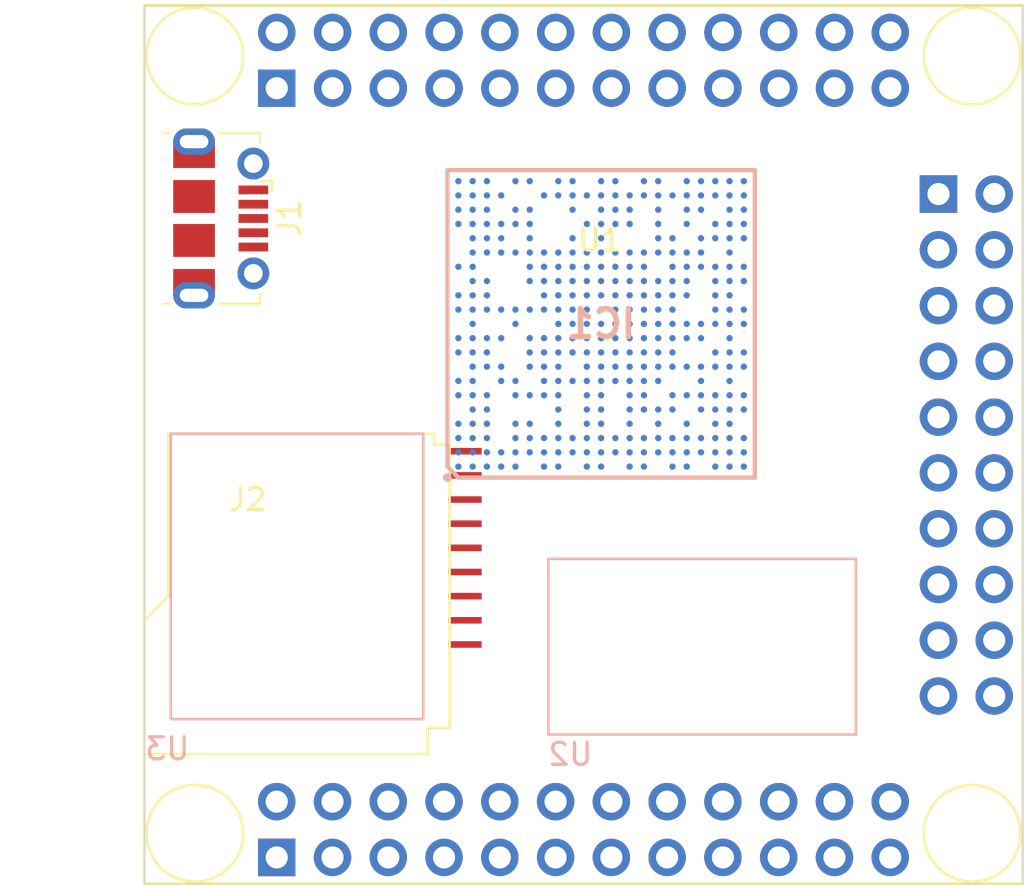
<source format=kicad_pcb>
(kicad_pcb (version 20171130) (host pcbnew 5.1.9-73d0e3b20d~88~ubuntu18.04.1)

  (general
    (thickness 1.6)
    (drawings 4)
    (tracks 0)
    (zones 0)
    (modules 6)
    (nets 57)
  )

  (page A4)
  (layers
    (0 F.Cu signal)
    (31 B.Cu signal)
    (32 B.Adhes user)
    (33 F.Adhes user)
    (34 B.Paste user)
    (35 F.Paste user)
    (36 B.SilkS user)
    (37 F.SilkS user)
    (38 B.Mask user)
    (39 F.Mask user)
    (40 Dwgs.User user)
    (41 Cmts.User user)
    (42 Eco1.User user)
    (43 Eco2.User user)
    (44 Edge.Cuts user)
    (45 Margin user)
    (46 B.CrtYd user)
    (47 F.CrtYd user)
    (48 B.Fab user)
    (49 F.Fab user)
  )

  (setup
    (last_trace_width 0.25)
    (trace_clearance 0.2)
    (zone_clearance 0.508)
    (zone_45_only no)
    (trace_min 0.2)
    (via_size 0.8)
    (via_drill 0.4)
    (via_min_size 0.4)
    (via_min_drill 0.3)
    (uvia_size 0.3)
    (uvia_drill 0.1)
    (uvias_allowed no)
    (uvia_min_size 0.2)
    (uvia_min_drill 0.1)
    (edge_width 0.05)
    (segment_width 0.2)
    (pcb_text_width 0.3)
    (pcb_text_size 1.5 1.5)
    (mod_edge_width 0.12)
    (mod_text_size 1 1)
    (mod_text_width 0.15)
    (pad_size 1.524 1.524)
    (pad_drill 0.762)
    (pad_to_mask_clearance 0)
    (aux_axis_origin 0 0)
    (visible_elements FFFFFF7F)
    (pcbplotparams
      (layerselection 0x010fc_ffffffff)
      (usegerberextensions false)
      (usegerberattributes true)
      (usegerberadvancedattributes true)
      (creategerberjobfile true)
      (excludeedgelayer true)
      (linewidth 0.100000)
      (plotframeref false)
      (viasonmask false)
      (mode 1)
      (useauxorigin false)
      (hpglpennumber 1)
      (hpglpenspeed 20)
      (hpglpendiameter 15.000000)
      (psnegative false)
      (psa4output false)
      (plotreference true)
      (plotvalue true)
      (plotinvisibletext false)
      (padsonsilk false)
      (subtractmaskfromsilk false)
      (outputformat 1)
      (mirror false)
      (drillshape 1)
      (scaleselection 1)
      (outputdirectory ""))
  )

  (net 0 "")
  (net 1 GND)
  (net 2 "Net-(U1-Pad3.10)")
  (net 3 "Net-(U1-Pad3.9)")
  (net 4 "Net-(U1-Pad3.8)")
  (net 5 "Net-(U1-Pad3.7)")
  (net 6 "Net-(U1-Pad3.2)")
  (net 7 "Net-(U1-Pad3.1)")
  (net 8 "Net-(U1-Pad2.11)")
  (net 9 "Net-(J1-Pad6)")
  (net 10 /VDD_5V)
  (net 11 /SYS_3.3V)
  (net 12 /ETH_TRD1+)
  (net 13 /ETH_TRD1-)
  (net 14 /ETH_TRD2+)
  (net 15 /ETH_TRD2-)
  (net 16 /5V)
  (net 17 /GPIOA15-SPI1_MOSI)
  (net 18 /USB1-DP+)
  (net 19 /GPIOA16-SPI1_MISO)
  (net 20 /USB1-DM-)
  (net 21 /GPIOA14-SPI1_CLK)
  (net 22 /USB2-DP+)
  (net 23 /GPIOA13-SPI1_CS)
  (net 24 /USB2-DM-)
  (net 25 /MIC-IN-P)
  (net 26 /MIC-IN-N)
  (net 27 /GPIOA17-SPDIF-OUT)
  (net 28 /LINE-OUT-R)
  (net 29 /PCM0_SYNC-I2S0_LRCK-I2C1_SCL)
  (net 30 /LINE-OUT-L)
  (net 31 /PCM0_CLK-I2S0_BCK-I2C1_SDA)
  (net 32 /GPIOA5-UART0_RX-PWM0)
  (net 33 /PCM0_DOUT-I2S0_SDOUT)
  (net 34 /GPIOA4-UART0_TX)
  (net 35 /PCM0_DIN-I2S0_SDIN)
  (net 36 /GPIOG7-UART1_RX)
  (net 37 /GPIOA0-UART2_TX)
  (net 38 /GPIOA6)
  (net 39 /GPIOA2-UART2_RTS)
  (net 40 /GPIOA3-UART2_CTS)
  (net 41 /GPIOG8-UART1_RTS)
  (net 42 /GPIOG9-UART1_CTS)
  (net 43 /GPIOC0-SPI0_MOSI)
  (net 44 /GPIOC1-SPI0_MISO)
  (net 45 /GPIOA1-UART2_RX)
  (net 46 /GPIOC2-SPI0_CLK)
  (net 47 /GPIOC3-SPI0_CS)
  (net 48 /GPIOA12-I2C0_SDA)
  (net 49 /GPIOA11-I2C0_SCL)
  (net 50 /GPIOG11)
  (net 51 /GPIOG6-UART1_TX)
  (net 52 /USB3-DP+)
  (net 53 /GPIOA7)
  (net 54 /USB3-DM-)
  (net 55 /GPIOE12-I2C2_SCL)
  (net 56 /GPIOE13-I2C2_SDA)

  (net_class Default "This is the default net class."
    (clearance 0.2)
    (trace_width 0.25)
    (via_dia 0.8)
    (via_drill 0.4)
    (uvia_dia 0.3)
    (uvia_drill 0.1)
    (add_net /5V)
    (add_net /ETH_TRD1+)
    (add_net /ETH_TRD1-)
    (add_net /ETH_TRD2+)
    (add_net /ETH_TRD2-)
    (add_net /GPIOA0-UART2_TX)
    (add_net /GPIOA1-UART2_RX)
    (add_net /GPIOA11-I2C0_SCL)
    (add_net /GPIOA12-I2C0_SDA)
    (add_net /GPIOA13-SPI1_CS)
    (add_net /GPIOA14-SPI1_CLK)
    (add_net /GPIOA15-SPI1_MOSI)
    (add_net /GPIOA16-SPI1_MISO)
    (add_net /GPIOA17-SPDIF-OUT)
    (add_net /GPIOA2-UART2_RTS)
    (add_net /GPIOA3-UART2_CTS)
    (add_net /GPIOA4-UART0_TX)
    (add_net /GPIOA5-UART0_RX-PWM0)
    (add_net /GPIOA6)
    (add_net /GPIOA7)
    (add_net /GPIOC0-SPI0_MOSI)
    (add_net /GPIOC1-SPI0_MISO)
    (add_net /GPIOC2-SPI0_CLK)
    (add_net /GPIOC3-SPI0_CS)
    (add_net /GPIOE12-I2C2_SCL)
    (add_net /GPIOE13-I2C2_SDA)
    (add_net /GPIOG11)
    (add_net /GPIOG6-UART1_TX)
    (add_net /GPIOG7-UART1_RX)
    (add_net /GPIOG8-UART1_RTS)
    (add_net /GPIOG9-UART1_CTS)
    (add_net /LINE-OUT-L)
    (add_net /LINE-OUT-R)
    (add_net /MIC-IN-N)
    (add_net /MIC-IN-P)
    (add_net /PCM0_CLK-I2S0_BCK-I2C1_SDA)
    (add_net /PCM0_DIN-I2S0_SDIN)
    (add_net /PCM0_DOUT-I2S0_SDOUT)
    (add_net /PCM0_SYNC-I2S0_LRCK-I2C1_SCL)
    (add_net /SYS_3.3V)
    (add_net /USB1-DM-)
    (add_net /USB1-DP+)
    (add_net /USB2-DM-)
    (add_net /USB2-DP+)
    (add_net /USB3-DM-)
    (add_net /USB3-DP+)
    (add_net /VDD_5V)
    (add_net GND)
    (add_net "Net-(IC1-PadA1)")
    (add_net "Net-(IC1-PadA10)")
    (add_net "Net-(IC1-PadA11)")
    (add_net "Net-(IC1-PadA13)")
    (add_net "Net-(IC1-PadA14)")
    (add_net "Net-(IC1-PadA16)")
    (add_net "Net-(IC1-PadA17)")
    (add_net "Net-(IC1-PadA19)")
    (add_net "Net-(IC1-PadA2)")
    (add_net "Net-(IC1-PadA20)")
    (add_net "Net-(IC1-PadA21)")
    (add_net "Net-(IC1-PadA3)")
    (add_net "Net-(IC1-PadA4)")
    (add_net "Net-(IC1-PadA5)")
    (add_net "Net-(IC1-PadA7)")
    (add_net "Net-(IC1-PadA8)")
    (add_net "Net-(IC1-PadAA1)")
    (add_net "Net-(IC1-PadAA11)")
    (add_net "Net-(IC1-PadAA12)")
    (add_net "Net-(IC1-PadAA14)")
    (add_net "Net-(IC1-PadAA15)")
    (add_net "Net-(IC1-PadAA17)")
    (add_net "Net-(IC1-PadAA18)")
    (add_net "Net-(IC1-PadAA19)")
    (add_net "Net-(IC1-PadAA2)")
    (add_net "Net-(IC1-PadAA20)")
    (add_net "Net-(IC1-PadAA21)")
    (add_net "Net-(IC1-PadAA3)")
    (add_net "Net-(IC1-PadAA5)")
    (add_net "Net-(IC1-PadAA6)")
    (add_net "Net-(IC1-PadAA8)")
    (add_net "Net-(IC1-PadAA9)")
    (add_net "Net-(IC1-PadB1)")
    (add_net "Net-(IC1-PadB10)")
    (add_net "Net-(IC1-PadB11)")
    (add_net "Net-(IC1-PadB12)")
    (add_net "Net-(IC1-PadB13)")
    (add_net "Net-(IC1-PadB14)")
    (add_net "Net-(IC1-PadB15)")
    (add_net "Net-(IC1-PadB16)")
    (add_net "Net-(IC1-PadB17)")
    (add_net "Net-(IC1-PadB18)")
    (add_net "Net-(IC1-PadB19)")
    (add_net "Net-(IC1-PadB2)")
    (add_net "Net-(IC1-PadB20)")
    (add_net "Net-(IC1-PadB21)")
    (add_net "Net-(IC1-PadB3)")
    (add_net "Net-(IC1-PadB4)")
    (add_net "Net-(IC1-PadB5)")
    (add_net "Net-(IC1-PadB6)")
    (add_net "Net-(IC1-PadB7)")
    (add_net "Net-(IC1-PadB8)")
    (add_net "Net-(IC1-PadB9)")
    (add_net "Net-(IC1-PadC1)")
    (add_net "Net-(IC1-PadC10)")
    (add_net "Net-(IC1-PadC11)")
    (add_net "Net-(IC1-PadC12)")
    (add_net "Net-(IC1-PadC13)")
    (add_net "Net-(IC1-PadC14)")
    (add_net "Net-(IC1-PadC15)")
    (add_net "Net-(IC1-PadC16)")
    (add_net "Net-(IC1-PadC17)")
    (add_net "Net-(IC1-PadC18)")
    (add_net "Net-(IC1-PadC19)")
    (add_net "Net-(IC1-PadC2)")
    (add_net "Net-(IC1-PadC20)")
    (add_net "Net-(IC1-PadC21)")
    (add_net "Net-(IC1-PadC3)")
    (add_net "Net-(IC1-PadC5)")
    (add_net "Net-(IC1-PadC6)")
    (add_net "Net-(IC1-PadC7)")
    (add_net "Net-(IC1-PadC8)")
    (add_net "Net-(IC1-PadC9)")
    (add_net "Net-(IC1-PadD1)")
    (add_net "Net-(IC1-PadD10)")
    (add_net "Net-(IC1-PadD11)")
    (add_net "Net-(IC1-PadD13)")
    (add_net "Net-(IC1-PadD15)")
    (add_net "Net-(IC1-PadD17)")
    (add_net "Net-(IC1-PadD19)")
    (add_net "Net-(IC1-PadD2)")
    (add_net "Net-(IC1-PadD20)")
    (add_net "Net-(IC1-PadD3)")
    (add_net "Net-(IC1-PadD5)")
    (add_net "Net-(IC1-PadD6)")
    (add_net "Net-(IC1-PadD8)")
    (add_net "Net-(IC1-PadE10)")
    (add_net "Net-(IC1-PadE11)")
    (add_net "Net-(IC1-PadE13)")
    (add_net "Net-(IC1-PadE14)")
    (add_net "Net-(IC1-PadE15)")
    (add_net "Net-(IC1-PadE16)")
    (add_net "Net-(IC1-PadE18)")
    (add_net "Net-(IC1-PadE19)")
    (add_net "Net-(IC1-PadE2)")
    (add_net "Net-(IC1-PadE20)")
    (add_net "Net-(IC1-PadE21)")
    (add_net "Net-(IC1-PadE3)")
    (add_net "Net-(IC1-PadE8)")
    (add_net "Net-(IC1-PadF1)")
    (add_net "Net-(IC1-PadF10)")
    (add_net "Net-(IC1-PadF11)")
    (add_net "Net-(IC1-PadF13)")
    (add_net "Net-(IC1-PadF14)")
    (add_net "Net-(IC1-PadF16)")
    (add_net "Net-(IC1-PadF17)")
    (add_net "Net-(IC1-PadF18)")
    (add_net "Net-(IC1-PadF19)")
    (add_net "Net-(IC1-PadF2)")
    (add_net "Net-(IC1-PadF20)")
    (add_net "Net-(IC1-PadF21)")
    (add_net "Net-(IC1-PadF3)")
    (add_net "Net-(IC1-PadF5)")
    (add_net "Net-(IC1-PadF6)")
    (add_net "Net-(IC1-PadF7)")
    (add_net "Net-(IC1-PadF8)")
    (add_net "Net-(IC1-PadG1)")
    (add_net "Net-(IC1-PadG10)")
    (add_net "Net-(IC1-PadG11)")
    (add_net "Net-(IC1-PadG12)")
    (add_net "Net-(IC1-PadG13)")
    (add_net "Net-(IC1-PadG14)")
    (add_net "Net-(IC1-PadG15)")
    (add_net "Net-(IC1-PadG18)")
    (add_net "Net-(IC1-PadG2)")
    (add_net "Net-(IC1-PadG20)")
    (add_net "Net-(IC1-PadG4)")
    (add_net "Net-(IC1-PadG5)")
    (add_net "Net-(IC1-PadG7)")
    (add_net "Net-(IC1-PadG8)")
    (add_net "Net-(IC1-PadG9)")
    (add_net "Net-(IC1-PadH10)")
    (add_net "Net-(IC1-PadH11)")
    (add_net "Net-(IC1-PadH12)")
    (add_net "Net-(IC1-PadH13)")
    (add_net "Net-(IC1-PadH14)")
    (add_net "Net-(IC1-PadH15)")
    (add_net "Net-(IC1-PadH16)")
    (add_net "Net-(IC1-PadH17)")
    (add_net "Net-(IC1-PadH18)")
    (add_net "Net-(IC1-PadH19)")
    (add_net "Net-(IC1-PadH2)")
    (add_net "Net-(IC1-PadH20)")
    (add_net "Net-(IC1-PadH21)")
    (add_net "Net-(IC1-PadH3)")
    (add_net "Net-(IC1-PadH4)")
    (add_net "Net-(IC1-PadH6)")
    (add_net "Net-(IC1-PadH7)")
    (add_net "Net-(IC1-PadH8)")
    (add_net "Net-(IC1-PadJ1)")
    (add_net "Net-(IC1-PadJ10)")
    (add_net "Net-(IC1-PadJ11)")
    (add_net "Net-(IC1-PadJ12)")
    (add_net "Net-(IC1-PadJ13)")
    (add_net "Net-(IC1-PadJ14)")
    (add_net "Net-(IC1-PadJ15)")
    (add_net "Net-(IC1-PadJ16)")
    (add_net "Net-(IC1-PadJ19)")
    (add_net "Net-(IC1-PadJ2)")
    (add_net "Net-(IC1-PadJ20)")
    (add_net "Net-(IC1-PadJ21)")
    (add_net "Net-(IC1-PadJ3)")
    (add_net "Net-(IC1-PadJ6)")
    (add_net "Net-(IC1-PadJ7)")
    (add_net "Net-(IC1-PadJ8)")
    (add_net "Net-(IC1-PadJ9)")
    (add_net "Net-(IC1-PadK1)")
    (add_net "Net-(IC1-PadK10)")
    (add_net "Net-(IC1-PadK11)")
    (add_net "Net-(IC1-PadK12)")
    (add_net "Net-(IC1-PadK13)")
    (add_net "Net-(IC1-PadK14)")
    (add_net "Net-(IC1-PadK15)")
    (add_net "Net-(IC1-PadK16)")
    (add_net "Net-(IC1-PadK17)")
    (add_net "Net-(IC1-PadK18)")
    (add_net "Net-(IC1-PadK2)")
    (add_net "Net-(IC1-PadK20)")
    (add_net "Net-(IC1-PadK3)")
    (add_net "Net-(IC1-PadK4)")
    (add_net "Net-(IC1-PadK6)")
    (add_net "Net-(IC1-PadK7)")
    (add_net "Net-(IC1-PadK8)")
    (add_net "Net-(IC1-PadK9)")
    (add_net "Net-(IC1-PadL10)")
    (add_net "Net-(IC1-PadL11)")
    (add_net "Net-(IC1-PadL12)")
    (add_net "Net-(IC1-PadL13)")
    (add_net "Net-(IC1-PadL14)")
    (add_net "Net-(IC1-PadL15)")
    (add_net "Net-(IC1-PadL16)")
    (add_net "Net-(IC1-PadL17)")
    (add_net "Net-(IC1-PadL18)")
    (add_net "Net-(IC1-PadL19)")
    (add_net "Net-(IC1-PadL2)")
    (add_net "Net-(IC1-PadL20)")
    (add_net "Net-(IC1-PadL21)")
    (add_net "Net-(IC1-PadL5)")
    (add_net "Net-(IC1-PadL8)")
    (add_net "Net-(IC1-PadL9)")
    (add_net "Net-(IC1-PadM1)")
    (add_net "Net-(IC1-PadM10)")
    (add_net "Net-(IC1-PadM11)")
    (add_net "Net-(IC1-PadM12)")
    (add_net "Net-(IC1-PadM13)")
    (add_net "Net-(IC1-PadM14)")
    (add_net "Net-(IC1-PadM15)")
    (add_net "Net-(IC1-PadM16)")
    (add_net "Net-(IC1-PadM19)")
    (add_net "Net-(IC1-PadM2)")
    (add_net "Net-(IC1-PadM20)")
    (add_net "Net-(IC1-PadM21)")
    (add_net "Net-(IC1-PadM3)")
    (add_net "Net-(IC1-PadM4)")
    (add_net "Net-(IC1-PadM5)")
    (add_net "Net-(IC1-PadM6)")
    (add_net "Net-(IC1-PadM7)")
    (add_net "Net-(IC1-PadM8)")
    (add_net "Net-(IC1-PadM9)")
    (add_net "Net-(IC1-PadN1)")
    (add_net "Net-(IC1-PadN10)")
    (add_net "Net-(IC1-PadN11)")
    (add_net "Net-(IC1-PadN12)")
    (add_net "Net-(IC1-PadN13)")
    (add_net "Net-(IC1-PadN14)")
    (add_net "Net-(IC1-PadN15)")
    (add_net "Net-(IC1-PadN16)")
    (add_net "Net-(IC1-PadN17)")
    (add_net "Net-(IC1-PadN19)")
    (add_net "Net-(IC1-PadN2)")
    (add_net "Net-(IC1-PadN20)")
    (add_net "Net-(IC1-PadN3)")
    (add_net "Net-(IC1-PadN7)")
    (add_net "Net-(IC1-PadN8)")
    (add_net "Net-(IC1-PadN9)")
    (add_net "Net-(IC1-PadP10)")
    (add_net "Net-(IC1-PadP11)")
    (add_net "Net-(IC1-PadP12)")
    (add_net "Net-(IC1-PadP13)")
    (add_net "Net-(IC1-PadP14)")
    (add_net "Net-(IC1-PadP15)")
    (add_net "Net-(IC1-PadP16)")
    (add_net "Net-(IC1-PadP17)")
    (add_net "Net-(IC1-PadP19)")
    (add_net "Net-(IC1-PadP2)")
    (add_net "Net-(IC1-PadP20)")
    (add_net "Net-(IC1-PadP21)")
    (add_net "Net-(IC1-PadP3)")
    (add_net "Net-(IC1-PadP6)")
    (add_net "Net-(IC1-PadP7)")
    (add_net "Net-(IC1-PadP8)")
    (add_net "Net-(IC1-PadP9)")
    (add_net "Net-(IC1-PadR1)")
    (add_net "Net-(IC1-PadR10)")
    (add_net "Net-(IC1-PadR11)")
    (add_net "Net-(IC1-PadR12)")
    (add_net "Net-(IC1-PadR13)")
    (add_net "Net-(IC1-PadR14)")
    (add_net "Net-(IC1-PadR16)")
    (add_net "Net-(IC1-PadR17)")
    (add_net "Net-(IC1-PadR18)")
    (add_net "Net-(IC1-PadR19)")
    (add_net "Net-(IC1-PadR2)")
    (add_net "Net-(IC1-PadR20)")
    (add_net "Net-(IC1-PadR21)")
    (add_net "Net-(IC1-PadR6)")
    (add_net "Net-(IC1-PadR7)")
    (add_net "Net-(IC1-PadR8)")
    (add_net "Net-(IC1-PadR9)")
    (add_net "Net-(IC1-PadT10)")
    (add_net "Net-(IC1-PadT11)")
    (add_net "Net-(IC1-PadT12)")
    (add_net "Net-(IC1-PadT13)")
    (add_net "Net-(IC1-PadT14)")
    (add_net "Net-(IC1-PadT15)")
    (add_net "Net-(IC1-PadT16)")
    (add_net "Net-(IC1-PadT17)")
    (add_net "Net-(IC1-PadT18)")
    (add_net "Net-(IC1-PadT2)")
    (add_net "Net-(IC1-PadT20)")
    (add_net "Net-(IC1-PadT3)")
    (add_net "Net-(IC1-PadT4)")
    (add_net "Net-(IC1-PadT5)")
    (add_net "Net-(IC1-PadT6)")
    (add_net "Net-(IC1-PadT7)")
    (add_net "Net-(IC1-PadT8)")
    (add_net "Net-(IC1-PadT9)")
    (add_net "Net-(IC1-PadU11)")
    (add_net "Net-(IC1-PadU15)")
    (add_net "Net-(IC1-PadU16)")
    (add_net "Net-(IC1-PadU18)")
    (add_net "Net-(IC1-PadU19)")
    (add_net "Net-(IC1-PadU2)")
    (add_net "Net-(IC1-PadU20)")
    (add_net "Net-(IC1-PadU21)")
    (add_net "Net-(IC1-PadU3)")
    (add_net "Net-(IC1-PadU4)")
    (add_net "Net-(IC1-PadU6)")
    (add_net "Net-(IC1-PadU9)")
    (add_net "Net-(IC1-PadV1)")
    (add_net "Net-(IC1-PadV10)")
    (add_net "Net-(IC1-PadV11)")
    (add_net "Net-(IC1-PadV12)")
    (add_net "Net-(IC1-PadV13)")
    (add_net "Net-(IC1-PadV15)")
    (add_net "Net-(IC1-PadV17)")
    (add_net "Net-(IC1-PadV19)")
    (add_net "Net-(IC1-PadV2)")
    (add_net "Net-(IC1-PadV20)")
    (add_net "Net-(IC1-PadV21)")
    (add_net "Net-(IC1-PadV3)")
    (add_net "Net-(IC1-PadV4)")
    (add_net "Net-(IC1-PadV5)")
    (add_net "Net-(IC1-PadV6)")
    (add_net "Net-(IC1-PadW1)")
    (add_net "Net-(IC1-PadW11)")
    (add_net "Net-(IC1-PadW12)")
    (add_net "Net-(IC1-PadW13)")
    (add_net "Net-(IC1-PadW15)")
    (add_net "Net-(IC1-PadW17)")
    (add_net "Net-(IC1-PadW18)")
    (add_net "Net-(IC1-PadW2)")
    (add_net "Net-(IC1-PadW20)")
    (add_net "Net-(IC1-PadW21)")
    (add_net "Net-(IC1-PadW3)")
    (add_net "Net-(IC1-PadW5)")
    (add_net "Net-(IC1-PadW6)")
    (add_net "Net-(IC1-PadW9)")
    (add_net "Net-(IC1-PadY1)")
    (add_net "Net-(IC1-PadY10)")
    (add_net "Net-(IC1-PadY11)")
    (add_net "Net-(IC1-PadY12)")
    (add_net "Net-(IC1-PadY13)")
    (add_net "Net-(IC1-PadY14)")
    (add_net "Net-(IC1-PadY15)")
    (add_net "Net-(IC1-PadY16)")
    (add_net "Net-(IC1-PadY17)")
    (add_net "Net-(IC1-PadY18)")
    (add_net "Net-(IC1-PadY19)")
    (add_net "Net-(IC1-PadY2)")
    (add_net "Net-(IC1-PadY20)")
    (add_net "Net-(IC1-PadY21)")
    (add_net "Net-(IC1-PadY3)")
    (add_net "Net-(IC1-PadY4)")
    (add_net "Net-(IC1-PadY7)")
    (add_net "Net-(IC1-PadY8)")
    (add_net "Net-(IC1-PadY9)")
    (add_net "Net-(J1-Pad1)")
    (add_net "Net-(J1-Pad2)")
    (add_net "Net-(J1-Pad3)")
    (add_net "Net-(J1-Pad4)")
    (add_net "Net-(J1-Pad5)")
    (add_net "Net-(J1-Pad6)")
    (add_net "Net-(J2-Pad1)")
    (add_net "Net-(J2-Pad2)")
    (add_net "Net-(J2-Pad3)")
    (add_net "Net-(J2-Pad4)")
    (add_net "Net-(J2-Pad5)")
    (add_net "Net-(J2-Pad6)")
    (add_net "Net-(J2-Pad7)")
    (add_net "Net-(J2-Pad8)")
    (add_net "Net-(J2-Pad9)")
    (add_net "Net-(U1-Pad2.11)")
    (add_net "Net-(U1-Pad3.1)")
    (add_net "Net-(U1-Pad3.10)")
    (add_net "Net-(U1-Pad3.2)")
    (add_net "Net-(U1-Pad3.7)")
    (add_net "Net-(U1-Pad3.8)")
    (add_net "Net-(U1-Pad3.9)")
  )

  (module NanoPI:NanoPI_NEO_Core_LTS_Canonical (layer F.Cu) (tedit 60607EEB) (tstamp 6060BB6F)
    (at 104 71.5)
    (path /6060F5BB)
    (fp_text reference U1 (at 20.73402 10.6807) (layer F.SilkS)
      (effects (font (size 1 1) (thickness 0.15)))
    )
    (fp_text value NanoPI_NEO_Core_LTS (at 21.38934 6.02234) (layer F.Fab)
      (effects (font (size 1 1) (thickness 0.15)))
    )
    (fp_arc (start 2.543683 6.100118) (end 2.543683 6.671619) (angle -180) (layer Dwgs.User) (width 0.01))
    (fp_arc (start 1.781683 6.100118) (end 1.781683 5.528618) (angle -180) (layer Dwgs.User) (width 0.01))
    (fp_arc (start 2.543683 6.100118) (end 2.543683 6.671619) (angle -180) (layer Dwgs.User) (width 0.01))
    (fp_arc (start 1.781683 6.100118) (end 1.781683 5.528618) (angle -180) (layer Dwgs.User) (width 0.01))
    (fp_arc (start 2.543683 13.300104) (end 2.543683 13.871604) (angle -180) (layer Dwgs.User) (width 0.01))
    (fp_arc (start 1.781683 13.300104) (end 1.781683 12.728604) (angle -180) (layer Dwgs.User) (width 0.01))
    (fp_arc (start 2.543683 13.300104) (end 2.543683 13.871604) (angle -180) (layer Dwgs.User) (width 0.01))
    (fp_arc (start 1.781683 13.300104) (end 1.781683 12.728604) (angle -180) (layer Dwgs.User) (width 0.01))
    (fp_arc (start 5.188941 7.275021) (end 5.188941 7.800026) (angle -180) (layer Dwgs.User) (width 0.01))
    (fp_arc (start 4.989043 7.275021) (end 4.989043 6.750016) (angle -180) (layer Dwgs.User) (width 0.01))
    (fp_arc (start 5.188941 7.275021) (end 5.188941 7.800026) (angle -180) (layer Dwgs.User) (width 0.01))
    (fp_arc (start 4.989043 7.275021) (end 4.989043 6.750016) (angle -180) (layer Dwgs.User) (width 0.01))
    (fp_arc (start 5.188941 12.124998) (end 5.188941 12.650004) (angle -180) (layer Dwgs.User) (width 0.01))
    (fp_arc (start 4.989043 12.124998) (end 4.989043 11.599993) (angle -180) (layer Dwgs.User) (width 0.01))
    (fp_arc (start 5.188941 12.124998) (end 5.188941 12.650004) (angle -180) (layer Dwgs.User) (width 0.01))
    (fp_arc (start 4.989043 12.124998) (end 4.989043 11.599993) (angle -180) (layer Dwgs.User) (width 0.01))
    (fp_line (start 4.574718 5.753687) (end 4.371518 5.753687) (layer Dwgs.User) (width 0.01))
    (fp_line (start 4.54496 5.681845) (end 4.401275 5.82553) (layer Dwgs.User) (width 0.01))
    (fp_line (start 12.698019 32.462499) (end 12.698019 19.462474) (layer Dwgs.User) (width 0.01))
    (fp_line (start 12.798019 25.962486) (end 12.598019 25.962486) (layer Dwgs.User) (width 0.01))
    (fp_line (start 6.948017 19.562474) (end 6.948017 19.362474) (layer Dwgs.User) (width 0.01))
    (fp_line (start 12.698019 19.462474) (end 1.198016 19.462474) (layer Dwgs.User) (width 0.01))
    (fp_line (start 1.198016 32.462499) (end 1.198016 19.462474) (layer Dwgs.User) (width 0.01))
    (fp_line (start 1.298016 25.962486) (end 1.098016 25.962486) (layer Dwgs.User) (width 0.01))
    (fp_line (start 6.948017 32.562499) (end 6.948017 32.362499) (layer Dwgs.User) (width 0.01))
    (fp_line (start 12.698019 32.462499) (end 1.198016 32.462499) (layer Dwgs.User) (width 0.01))
    (fp_line (start 12.798019 32.462499) (end 12.798019 19.462474) (layer Dwgs.User) (width 0.01))
    (fp_line (start 12.598019 32.462499) (end 12.798019 32.462499) (layer Dwgs.User) (width 0.01))
    (fp_line (start 12.598019 19.462474) (end 12.598019 32.462499) (layer Dwgs.User) (width 0.01))
    (fp_line (start 12.798019 19.462474) (end 12.598019 19.462474) (layer Dwgs.User) (width 0.01))
    (fp_line (start 12.698019 19.362474) (end 1.198016 19.362474) (layer Dwgs.User) (width 0.01))
    (fp_line (start 12.698019 19.562474) (end 12.698019 19.362474) (layer Dwgs.User) (width 0.01))
    (fp_line (start 1.198016 19.562474) (end 12.698019 19.562474) (layer Dwgs.User) (width 0.01))
    (fp_line (start 1.198016 19.362474) (end 1.198016 19.562474) (layer Dwgs.User) (width 0.01))
    (fp_line (start 1.098016 19.462474) (end 1.098016 32.462499) (layer Dwgs.User) (width 0.01))
    (fp_line (start 1.298016 19.462474) (end 1.098016 19.462474) (layer Dwgs.User) (width 0.01))
    (fp_line (start 1.298016 32.462499) (end 1.298016 19.462474) (layer Dwgs.User) (width 0.01))
    (fp_line (start 1.098016 32.462499) (end 1.298016 32.462499) (layer Dwgs.User) (width 0.01))
    (fp_line (start 1.198016 32.562499) (end 12.698019 32.562499) (layer Dwgs.User) (width 0.01))
    (fp_line (start 1.198016 32.362499) (end 1.198016 32.562499) (layer Dwgs.User) (width 0.01))
    (fp_line (start 12.698019 32.362499) (end 1.198016 32.362499) (layer Dwgs.User) (width 0.01))
    (fp_line (start 12.698019 32.562499) (end 12.698019 32.362499) (layer Dwgs.User) (width 0.01))
    (fp_line (start 12.648006 19.462474) (end 11.448009 19.462474) (layer Dwgs.User) (width 0.01))
    (fp_line (start 12.648006 20.262498) (end 12.648006 19.462474) (layer Dwgs.User) (width 0.01))
    (fp_line (start 13.248005 20.262498) (end 12.648006 20.262498) (layer Dwgs.User) (width 0.01))
    (fp_line (start 13.248005 18.962475) (end 13.248005 20.262498) (layer Dwgs.User) (width 0.01))
    (fp_line (start 11.448009 18.962475) (end 13.248005 18.962475) (layer Dwgs.User) (width 0.01))
    (fp_line (start 11.448009 19.462474) (end 11.448009 18.962475) (layer Dwgs.User) (width 0.01))
    (fp_line (start 13.975385 20.5579) (end 13.975385 20.1261) (layer Dwgs.User) (width 0.01))
    (fp_line (start 15.448585 20.5579) (end 13.975385 20.5579) (layer Dwgs.User) (width 0.01))
    (fp_line (start 15.448585 20.1261) (end 15.448585 20.5579) (layer Dwgs.User) (width 0.01))
    (fp_line (start 13.975385 20.1261) (end 15.448585 20.1261) (layer Dwgs.User) (width 0.01))
    (fp_line (start 13.975385 21.657898) (end 13.975385 21.226098) (layer Dwgs.User) (width 0.01))
    (fp_line (start 15.448585 21.657898) (end 13.975385 21.657898) (layer Dwgs.User) (width 0.01))
    (fp_line (start 15.448585 21.226098) (end 15.448585 21.657898) (layer Dwgs.User) (width 0.01))
    (fp_line (start 13.975385 21.226098) (end 15.448585 21.226098) (layer Dwgs.User) (width 0.01))
    (fp_line (start 13.975385 22.757896) (end 13.975385 22.326096) (layer Dwgs.User) (width 0.01))
    (fp_line (start 15.448585 22.757896) (end 13.975385 22.757896) (layer Dwgs.User) (width 0.01))
    (fp_line (start 15.448585 22.326096) (end 15.448585 22.757896) (layer Dwgs.User) (width 0.01))
    (fp_line (start 13.975385 22.326096) (end 15.448585 22.326096) (layer Dwgs.User) (width 0.01))
    (fp_line (start 13.975385 23.857894) (end 13.975385 23.426094) (layer Dwgs.User) (width 0.01))
    (fp_line (start 15.448585 23.857894) (end 13.975385 23.857894) (layer Dwgs.User) (width 0.01))
    (fp_line (start 15.448585 23.426094) (end 15.448585 23.857894) (layer Dwgs.User) (width 0.01))
    (fp_line (start 13.975385 23.426094) (end 15.448585 23.426094) (layer Dwgs.User) (width 0.01))
    (fp_line (start 13.975385 24.957891) (end 13.975385 24.526091) (layer Dwgs.User) (width 0.01))
    (fp_line (start 15.448585 24.957891) (end 13.975385 24.957891) (layer Dwgs.User) (width 0.01))
    (fp_line (start 15.448585 24.526091) (end 15.448585 24.957891) (layer Dwgs.User) (width 0.01))
    (fp_line (start 13.975385 24.526091) (end 15.448585 24.526091) (layer Dwgs.User) (width 0.01))
    (fp_line (start 13.975385 26.057889) (end 13.975385 25.626089) (layer Dwgs.User) (width 0.01))
    (fp_line (start 15.448585 26.057889) (end 13.975385 26.057889) (layer Dwgs.User) (width 0.01))
    (fp_line (start 15.448585 25.626089) (end 15.448585 26.057889) (layer Dwgs.User) (width 0.01))
    (fp_line (start 13.975385 25.626089) (end 15.448585 25.626089) (layer Dwgs.User) (width 0.01))
    (fp_line (start 13.975385 27.157912) (end 13.975385 26.726112) (layer Dwgs.User) (width 0.01))
    (fp_line (start 15.448585 27.157912) (end 13.975385 27.157912) (layer Dwgs.User) (width 0.01))
    (fp_line (start 15.448585 26.726112) (end 15.448585 27.157912) (layer Dwgs.User) (width 0.01))
    (fp_line (start 13.975385 26.726112) (end 15.448585 26.726112) (layer Dwgs.User) (width 0.01))
    (fp_line (start 13.975385 28.25791) (end 13.975385 27.82611) (layer Dwgs.User) (width 0.01))
    (fp_line (start 15.448585 28.25791) (end 13.975385 28.25791) (layer Dwgs.User) (width 0.01))
    (fp_line (start 15.448585 27.82611) (end 15.448585 28.25791) (layer Dwgs.User) (width 0.01))
    (fp_line (start 13.975385 27.82611) (end 15.448585 27.82611) (layer Dwgs.User) (width 0.01))
    (fp_circle (center 4.21198 29.942006) (end 4.71998 29.942006) (layer Dwgs.User) (width 0.01))
    (fp_circle (center 4.21198 29.942006) (end 4.71998 29.942006) (layer Dwgs.User) (width 0.01))
    (fp_circle (center 4.21198 21.941997) (end 4.71998 21.941997) (layer Dwgs.User) (width 0.01))
    (fp_circle (center 4.21198 21.941997) (end 4.71998 21.941997) (layer Dwgs.User) (width 0.01))
    (fp_line (start 3.50708 34.032397) (end 5.71688 34.032397) (layer Dwgs.User) (width 0.01))
    (fp_line (start 3.50708 19.751603) (end 3.50708 18.532403) (layer Dwgs.User) (width 0.01))
    (fp_line (start 5.71688 19.751603) (end 3.50708 19.751603) (layer Dwgs.User) (width 0.01))
    (fp_line (start 5.71688 18.532403) (end 5.71688 19.751603) (layer Dwgs.User) (width 0.01))
    (fp_line (start 3.50708 18.532403) (end 5.71688 18.532403) (layer Dwgs.User) (width 0.01))
    (fp_line (start 13.975385 29.357908) (end 13.975385 28.926108) (layer Dwgs.User) (width 0.01))
    (fp_line (start 15.448585 29.357908) (end 13.975385 29.357908) (layer Dwgs.User) (width 0.01))
    (fp_line (start 15.448585 28.926108) (end 15.448585 29.357908) (layer Dwgs.User) (width 0.01))
    (fp_line (start 13.975385 28.926108) (end 15.448585 28.926108) (layer Dwgs.User) (width 0.01))
    (fp_line (start 13.611987 19.742001) (end 13.611987 18.542004) (layer Dwgs.User) (width 0.01))
    (fp_line (start 14.811985 19.742001) (end 13.611987 19.742001) (layer Dwgs.User) (width 0.01))
    (fp_line (start 14.811985 18.542004) (end 14.811985 19.742001) (layer Dwgs.User) (width 0.01))
    (fp_line (start 13.611987 18.542004) (end 14.811985 18.542004) (layer Dwgs.User) (width 0.01))
    (fp_line (start 1.291983 20.591987) (end 1.291983 20.391987) (layer Dwgs.User) (width 0.01))
    (fp_line (start 4.891989 20.491987) (end -2.308022 20.491987) (layer Dwgs.User) (width 0.01))
    (fp_line (start -2.308022 31.491991) (end -2.308022 20.491987) (layer Dwgs.User) (width 0.01))
    (fp_line (start -2.208022 25.991989) (end -2.408022 25.991989) (layer Dwgs.User) (width 0.01))
    (fp_line (start 1.291983 31.591991) (end 1.291983 31.391991) (layer Dwgs.User) (width 0.01))
    (fp_line (start 4.891989 31.491991) (end -2.308022 31.491991) (layer Dwgs.User) (width 0.01))
    (fp_line (start 4.891989 20.391987) (end -2.308022 20.391987) (layer Dwgs.User) (width 0.01))
    (fp_line (start 4.891989 20.591987) (end 4.891989 20.391987) (layer Dwgs.User) (width 0.01))
    (fp_line (start -2.308022 20.591987) (end 4.891989 20.591987) (layer Dwgs.User) (width 0.01))
    (fp_line (start -2.308022 20.391987) (end -2.308022 20.591987) (layer Dwgs.User) (width 0.01))
    (fp_line (start -2.408022 20.491987) (end -2.408022 31.491991) (layer Dwgs.User) (width 0.01))
    (fp_line (start -2.208022 20.491987) (end -2.408022 20.491987) (layer Dwgs.User) (width 0.01))
    (fp_line (start -2.208022 31.491991) (end -2.208022 20.491987) (layer Dwgs.User) (width 0.01))
    (fp_line (start -2.408022 31.491991) (end -2.208022 31.491991) (layer Dwgs.User) (width 0.01))
    (fp_line (start -2.308022 31.591991) (end 4.891989 31.591991) (layer Dwgs.User) (width 0.01))
    (fp_line (start -2.308022 31.391991) (end -2.308022 31.591991) (layer Dwgs.User) (width 0.01))
    (fp_line (start 4.891989 31.391991) (end -2.308022 31.391991) (layer Dwgs.User) (width 0.01))
    (fp_line (start 4.891989 31.591991) (end 4.891989 31.391991) (layer Dwgs.User) (width 0.01))
    (fp_line (start 0.19238 34.02531) (end 0.19238 27.925297) (layer Dwgs.User) (width 0.01))
    (fp_line (start 0.09238 30.975303) (end 0.29238 30.975303) (layer Dwgs.User) (width 0.01))
    (fp_line (start 0.72578 27.533318) (end 0.72578 27.250475) (layer Dwgs.User) (width 0.01))
    (fp_line (start 0.584358 27.391897) (end 0.867201 27.391897) (layer Dwgs.User) (width 0.01))
    (fp_line (start 1.25918 26.858497) (end 1.25918 19.599203) (layer Dwgs.User) (width 0.01))
    (fp_line (start 1.15918 23.22885) (end 1.35918 23.22885) (layer Dwgs.User) (width 0.01))
    (fp_line (start 7.32978 19.699203) (end 7.32978 19.499203) (layer Dwgs.User) (width 0.01))
    (fp_line (start 1.25918 19.599203) (end 13.40038 19.599203) (layer Dwgs.User) (width 0.01))
    (fp_line (start 13.40038 20.005603) (end 13.40038 19.599203) (layer Dwgs.User) (width 0.01))
    (fp_line (start 13.30038 19.802403) (end 13.50038 19.802403) (layer Dwgs.User) (width 0.01))
    (fp_line (start 13.70518 20.105603) (end 13.70518 19.905603) (layer Dwgs.User) (width 0.01))
    (fp_line (start 13.40038 20.005603) (end 14.00998 20.005603) (layer Dwgs.User) (width 0.01))
    (fp_line (start 14.00998 32.805602) (end 14.00998 20.005603) (layer Dwgs.User) (width 0.01))
    (fp_line (start 13.90998 26.405602) (end 14.10998 26.405602) (layer Dwgs.User) (width 0.01))
    (fp_line (start 13.52738 32.905602) (end 13.52738 32.705602) (layer Dwgs.User) (width 0.01))
    (fp_line (start 13.04478 32.805602) (end 14.00998 32.805602) (layer Dwgs.User) (width 0.01))
    (fp_line (start 13.04478 34.02531) (end 13.04478 32.805602) (layer Dwgs.User) (width 0.01))
    (fp_line (start 12.94478 33.415456) (end 13.14478 33.415456) (layer Dwgs.User) (width 0.01))
    (fp_line (start 6.61858 34.12531) (end 6.61858 33.92531) (layer Dwgs.User) (width 0.01))
    (fp_line (start 0.19238 34.02531) (end 13.04478 34.02531) (layer Dwgs.User) (width 0.01))
    (fp_line (start 0.09238 34.02531) (end 0.09238 27.925297) (layer Dwgs.User) (width 0.01))
    (fp_line (start 0.29238 34.02531) (end 0.09238 34.02531) (layer Dwgs.User) (width 0.01))
    (fp_line (start 0.29238 27.925297) (end 0.29238 34.02531) (layer Dwgs.User) (width 0.01))
    (fp_line (start 0.09238 27.925297) (end 0.29238 27.925297) (layer Dwgs.User) (width 0.01))
    (fp_line (start 0.121669 27.854586) (end 1.188469 26.787786) (layer Dwgs.User) (width 0.01))
    (fp_line (start 0.26309 27.996007) (end 0.121669 27.854586) (layer Dwgs.User) (width 0.01))
    (fp_line (start 1.32989 26.929207) (end 0.26309 27.996007) (layer Dwgs.User) (width 0.01))
    (fp_line (start 1.188469 26.787786) (end 1.32989 26.929207) (layer Dwgs.User) (width 0.01))
    (fp_line (start 1.15918 26.858497) (end 1.15918 19.599203) (layer Dwgs.User) (width 0.01))
    (fp_line (start 1.35918 26.858497) (end 1.15918 26.858497) (layer Dwgs.User) (width 0.01))
    (fp_line (start 1.35918 19.599203) (end 1.35918 26.858497) (layer Dwgs.User) (width 0.01))
    (fp_line (start 1.15918 19.599203) (end 1.35918 19.599203) (layer Dwgs.User) (width 0.01))
    (fp_line (start 1.25918 19.499203) (end 13.40038 19.499203) (layer Dwgs.User) (width 0.01))
    (fp_line (start 1.25918 19.699203) (end 1.25918 19.499203) (layer Dwgs.User) (width 0.01))
    (fp_line (start 13.40038 19.699203) (end 1.25918 19.699203) (layer Dwgs.User) (width 0.01))
    (fp_line (start 13.40038 19.499203) (end 13.40038 19.699203) (layer Dwgs.User) (width 0.01))
    (fp_line (start 13.50038 19.599203) (end 13.50038 20.005603) (layer Dwgs.User) (width 0.01))
    (fp_line (start 13.30038 19.599203) (end 13.50038 19.599203) (layer Dwgs.User) (width 0.01))
    (fp_line (start 13.30038 20.005603) (end 13.30038 19.599203) (layer Dwgs.User) (width 0.01))
    (fp_line (start 13.50038 20.005603) (end 13.30038 20.005603) (layer Dwgs.User) (width 0.01))
    (fp_line (start 13.40038 19.905603) (end 14.00998 19.905603) (layer Dwgs.User) (width 0.01))
    (fp_line (start 13.40038 20.105603) (end 13.40038 19.905603) (layer Dwgs.User) (width 0.01))
    (fp_line (start 14.00998 20.105603) (end 13.40038 20.105603) (layer Dwgs.User) (width 0.01))
    (fp_line (start 14.00998 19.905603) (end 14.00998 20.105603) (layer Dwgs.User) (width 0.01))
    (fp_line (start 14.10998 20.005603) (end 14.10998 32.805602) (layer Dwgs.User) (width 0.01))
    (fp_line (start 13.90998 20.005603) (end 14.10998 20.005603) (layer Dwgs.User) (width 0.01))
    (fp_line (start 13.90998 32.805602) (end 13.90998 20.005603) (layer Dwgs.User) (width 0.01))
    (fp_line (start 14.10998 32.805602) (end 13.90998 32.805602) (layer Dwgs.User) (width 0.01))
    (fp_line (start 14.00998 32.905602) (end 13.04478 32.905602) (layer Dwgs.User) (width 0.01))
    (fp_line (start 14.00998 32.705602) (end 14.00998 32.905602) (layer Dwgs.User) (width 0.01))
    (fp_line (start 13.04478 32.705602) (end 14.00998 32.705602) (layer Dwgs.User) (width 0.01))
    (fp_line (start 13.04478 32.905602) (end 13.04478 32.705602) (layer Dwgs.User) (width 0.01))
    (fp_line (start 13.14478 32.805602) (end 13.14478 34.02531) (layer Dwgs.User) (width 0.01))
    (fp_line (start 12.94478 32.805602) (end 13.14478 32.805602) (layer Dwgs.User) (width 0.01))
    (fp_line (start 12.94478 34.02531) (end 12.94478 32.805602) (layer Dwgs.User) (width 0.01))
    (fp_line (start 13.14478 34.02531) (end 12.94478 34.02531) (layer Dwgs.User) (width 0.01))
    (fp_line (start 13.04478 34.12531) (end 0.19238 34.12531) (layer Dwgs.User) (width 0.01))
    (fp_line (start 13.04478 33.92531) (end 13.04478 34.12531) (layer Dwgs.User) (width 0.01))
    (fp_line (start 0.19238 33.92531) (end 13.04478 33.92531) (layer Dwgs.User) (width 0.01))
    (fp_line (start 0.19238 34.12531) (end 0.19238 33.92531) (layer Dwgs.User) (width 0.01))
    (fp_line (start 18.828004 24.760991) (end 32.128003 24.760991) (layer Dwgs.User) (width 0.01))
    (fp_line (start 25.478003 24.660991) (end 25.478003 24.860991) (layer Dwgs.User) (width 0.01))
    (fp_line (start 32.028003 29.260994) (end 32.228003 29.260994) (layer Dwgs.User) (width 0.01))
    (fp_line (start 32.128003 24.760991) (end 32.128003 33.760998) (layer Dwgs.User) (width 0.01))
    (fp_line (start 18.828004 33.760998) (end 32.128003 33.760998) (layer Dwgs.User) (width 0.01))
    (fp_line (start 25.478003 33.660998) (end 25.478003 33.860998) (layer Dwgs.User) (width 0.01))
    (fp_line (start 18.728004 29.260994) (end 18.928004 29.260994) (layer Dwgs.User) (width 0.01))
    (fp_line (start 18.828004 24.760991) (end 18.828004 33.760998) (layer Dwgs.User) (width 0.01))
    (fp_line (start 18.828004 24.660991) (end 32.128003 24.660991) (layer Dwgs.User) (width 0.01))
    (fp_line (start 18.828004 24.860991) (end 18.828004 24.660991) (layer Dwgs.User) (width 0.01))
    (fp_line (start 32.128003 24.860991) (end 18.828004 24.860991) (layer Dwgs.User) (width 0.01))
    (fp_line (start 32.128003 24.660991) (end 32.128003 24.860991) (layer Dwgs.User) (width 0.01))
    (fp_line (start 32.228003 24.760991) (end 32.228003 33.760998) (layer Dwgs.User) (width 0.01))
    (fp_line (start 32.028003 24.760991) (end 32.228003 24.760991) (layer Dwgs.User) (width 0.01))
    (fp_line (start 32.028003 33.760998) (end 32.028003 24.760991) (layer Dwgs.User) (width 0.01))
    (fp_line (start 32.228003 33.760998) (end 32.028003 33.760998) (layer Dwgs.User) (width 0.01))
    (fp_line (start 32.128003 33.860998) (end 18.828004 33.860998) (layer Dwgs.User) (width 0.01))
    (fp_line (start 32.128003 33.660998) (end 32.128003 33.860998) (layer Dwgs.User) (width 0.01))
    (fp_line (start 18.828004 33.660998) (end 32.128003 33.660998) (layer Dwgs.User) (width 0.01))
    (fp_line (start 18.828004 33.860998) (end 18.828004 33.660998) (layer Dwgs.User) (width 0.01))
    (fp_line (start 18.728004 33.760998) (end 18.728004 24.760991) (layer Dwgs.User) (width 0.01))
    (fp_line (start 18.928004 33.760998) (end 18.728004 33.760998) (layer Dwgs.User) (width 0.01))
    (fp_line (start 18.928004 24.760991) (end 18.928004 33.760998) (layer Dwgs.User) (width 0.01))
    (fp_line (start 18.728004 24.760991) (end 18.928004 24.760991) (layer Dwgs.User) (width 0.01))
    (fp_line (start 32.128003 25.511001) (end 18.828004 25.511001) (layer Dwgs.User) (width 0.01))
    (fp_line (start 25.478003 25.411002) (end 25.478003 25.611002) (layer Dwgs.User) (width 0.01))
    (fp_line (start 18.928004 29.261007) (end 18.728004 29.261007) (layer Dwgs.User) (width 0.01))
    (fp_line (start 18.828004 25.511001) (end 18.828004 33.011012) (layer Dwgs.User) (width 0.01))
    (fp_line (start 32.128003 33.011012) (end 18.828004 33.011012) (layer Dwgs.User) (width 0.01))
    (fp_line (start 25.478003 32.911012) (end 25.478003 33.111012) (layer Dwgs.User) (width 0.01))
    (fp_line (start 32.228003 29.261007) (end 32.028003 29.261007) (layer Dwgs.User) (width 0.01))
    (fp_line (start 32.128003 25.511001) (end 32.128003 33.011012) (layer Dwgs.User) (width 0.01))
    (fp_line (start 32.128003 25.411002) (end 18.828004 25.411002) (layer Dwgs.User) (width 0.01))
    (fp_line (start 32.128003 25.611002) (end 32.128003 25.411002) (layer Dwgs.User) (width 0.01))
    (fp_line (start 18.828004 25.611002) (end 32.128003 25.611002) (layer Dwgs.User) (width 0.01))
    (fp_line (start 18.828004 25.411002) (end 18.828004 25.611002) (layer Dwgs.User) (width 0.01))
    (fp_line (start 18.728004 25.511001) (end 18.728004 33.011012) (layer Dwgs.User) (width 0.01))
    (fp_line (start 18.928004 25.511001) (end 18.728004 25.511001) (layer Dwgs.User) (width 0.01))
    (fp_line (start 18.928004 33.011012) (end 18.928004 25.511001) (layer Dwgs.User) (width 0.01))
    (fp_line (start 18.728004 33.011012) (end 18.928004 33.011012) (layer Dwgs.User) (width 0.01))
    (fp_line (start 18.828004 33.111012) (end 32.128003 33.111012) (layer Dwgs.User) (width 0.01))
    (fp_line (start 18.828004 32.911012) (end 18.828004 33.111012) (layer Dwgs.User) (width 0.01))
    (fp_line (start 32.128003 32.911012) (end 18.828004 32.911012) (layer Dwgs.User) (width 0.01))
    (fp_line (start 32.128003 33.111012) (end 32.128003 32.911012) (layer Dwgs.User) (width 0.01))
    (fp_line (start 32.228003 33.011012) (end 32.228003 25.511001) (layer Dwgs.User) (width 0.01))
    (fp_line (start 32.028003 33.011012) (end 32.228003 33.011012) (layer Dwgs.User) (width 0.01))
    (fp_line (start 32.028003 25.511001) (end 32.028003 33.011012) (layer Dwgs.User) (width 0.01))
    (fp_line (start 32.228003 25.511001) (end 32.028003 25.511001) (layer Dwgs.User) (width 0.01))
    (fp_line (start 19.37799 24.260992) (end 19.37799 25.760989) (layer Dwgs.User) (width 0.01))
    (fp_line (start 18.377992 24.260992) (end 19.37799 24.260992) (layer Dwgs.User) (width 0.01))
    (fp_line (start 18.377992 25.760989) (end 18.377992 24.260992) (layer Dwgs.User) (width 0.01))
    (fp_line (start 19.37799 25.760989) (end 18.377992 25.760989) (layer Dwgs.User) (width 0.01))
    (fp_line (start 13.926147 7.758076) (end 13.926147 7.474209) (layer Dwgs.User) (width 0.01))
    (fp_line (start 13.784232 7.616143) (end 14.068061 7.616143) (layer Dwgs.User) (width 0.01))
    (fp_line (start 13.754939 7.645439) (end 13.955421 7.444931) (layer Dwgs.User) (width 0.01))
    (fp_line (start 13.896872 7.787354) (end 13.754939 7.645439) (layer Dwgs.User) (width 0.01))
    (fp_line (start 14.097354 7.586846) (end 13.896872 7.787354) (layer Dwgs.User) (width 0.01))
    (fp_line (start 13.955421 7.444931) (end 14.097354 7.586846) (layer Dwgs.User) (width 0.01))
    (fp_line (start 14.026451 7.858376) (end 14.026451 7.574519) (layer Dwgs.User) (width 0.01))
    (fp_line (start 13.884531 7.716448) (end 14.168371 7.716448) (layer Dwgs.User) (width 0.01))
    (fp_line (start 13.754839 7.846148) (end 14.156134 7.444828) (layer Dwgs.User) (width 0.01))
    (fp_line (start 13.896768 7.988067) (end 13.754839 7.846148) (layer Dwgs.User) (width 0.01))
    (fp_line (start 14.298063 7.586747) (end 13.896768 7.988067) (layer Dwgs.User) (width 0.01))
    (fp_line (start 14.156134 7.444828) (end 14.298063 7.586747) (layer Dwgs.User) (width 0.01))
    (fp_line (start 27.826208 7.515788) (end 13.825804 7.515788) (layer Dwgs.User) (width 0.01))
    (fp_line (start 20.826006 7.415432) (end 20.826006 7.616143) (layer Dwgs.User) (width 0.01))
    (fp_line (start 13.926159 14.515989) (end 13.725448 14.515989) (layer Dwgs.User) (width 0.01))
    (fp_line (start 13.825804 7.515788) (end 13.825804 21.516191) (layer Dwgs.User) (width 0.01))
    (fp_line (start 27.826208 21.516191) (end 13.825804 21.516191) (layer Dwgs.User) (width 0.01))
    (fp_line (start 20.826006 21.415835) (end 20.826006 21.616546) (layer Dwgs.User) (width 0.01))
    (fp_line (start 27.926563 14.515989) (end 27.725852 14.515989) (layer Dwgs.User) (width 0.01))
    (fp_line (start 27.826208 7.515788) (end 27.826208 21.516191) (layer Dwgs.User) (width 0.01))
    (fp_line (start 27.826208 7.415432) (end 13.825804 7.415432) (layer Dwgs.User) (width 0.01))
    (fp_line (start 27.826208 7.616143) (end 27.826208 7.415432) (layer Dwgs.User) (width 0.01))
    (fp_line (start 13.825804 7.616143) (end 27.826208 7.616143) (layer Dwgs.User) (width 0.01))
    (fp_line (start 13.825804 7.415432) (end 13.825804 7.616143) (layer Dwgs.User) (width 0.01))
    (fp_line (start 13.725448 7.515788) (end 13.725448 21.516191) (layer Dwgs.User) (width 0.01))
    (fp_line (start 13.926159 7.515788) (end 13.725448 7.515788) (layer Dwgs.User) (width 0.01))
    (fp_line (start 13.926159 21.516191) (end 13.926159 7.515788) (layer Dwgs.User) (width 0.01))
    (fp_line (start 13.725448 21.516191) (end 13.926159 21.516191) (layer Dwgs.User) (width 0.01))
    (fp_line (start 13.825804 21.616546) (end 27.826208 21.616546) (layer Dwgs.User) (width 0.01))
    (fp_line (start 13.825804 21.415835) (end 13.825804 21.616546) (layer Dwgs.User) (width 0.01))
    (fp_line (start 27.826208 21.415835) (end 13.825804 21.415835) (layer Dwgs.User) (width 0.01))
    (fp_line (start 27.826208 21.616546) (end 27.826208 21.415835) (layer Dwgs.User) (width 0.01))
    (fp_line (start 27.926563 21.516191) (end 27.926563 7.515788) (layer Dwgs.User) (width 0.01))
    (fp_line (start 27.725852 21.516191) (end 27.926563 21.516191) (layer Dwgs.User) (width 0.01))
    (fp_line (start 27.725852 7.515788) (end 27.725852 21.516191) (layer Dwgs.User) (width 0.01))
    (fp_line (start 27.926563 7.515788) (end 27.725852 7.515788) (layer Dwgs.User) (width 0.01))
    (fp_line (start 2.542794 14.961798) (end 3.457194 14.961798) (layer Dwgs.User) (width 0.01))
    (fp_line (start 2.542794 15.876197) (end 2.542794 14.961798) (layer Dwgs.User) (width 0.01))
    (fp_line (start 3.457194 15.876197) (end 2.542794 15.876197) (layer Dwgs.User) (width 0.01))
    (fp_line (start 3.457194 14.961798) (end 3.457194 15.876197) (layer Dwgs.User) (width 0.01))
    (fp_line (start 1.018794 14.961798) (end 1.933194 14.961798) (layer Dwgs.User) (width 0.01))
    (fp_line (start 1.018794 15.876197) (end 1.018794 14.961798) (layer Dwgs.User) (width 0.01))
    (fp_line (start 1.933194 15.876197) (end 1.018794 15.876197) (layer Dwgs.User) (width 0.01))
    (fp_line (start 1.933194 14.961798) (end 1.933194 15.876197) (layer Dwgs.User) (width 0.01))
    (fp_line (start 2.441194 15.736498) (end 2.288794 15.736498) (layer Dwgs.User) (width 0.01))
    (fp_line (start 2.364994 15.799997) (end 2.364994 15.672998) (layer Dwgs.User) (width 0.01))
    (fp_line (start 2.329575 15.609497) (end 2.146412 15.609497) (layer Dwgs.User) (width 0.01))
    (fp_line (start 2.237994 15.746869) (end 2.237994 15.472126) (layer Dwgs.User) (width 0.01))
    (fp_line (start 2.329575 15.228497) (end 2.146412 15.228497) (layer Dwgs.User) (width 0.01))
    (fp_line (start 2.237994 15.365869) (end 2.237994 15.091126) (layer Dwgs.User) (width 0.01))
    (fp_line (start 2.441194 15.355498) (end 2.288794 15.355498) (layer Dwgs.User) (width 0.01))
    (fp_line (start 2.364994 15.672998) (end 2.364994 15.037998) (layer Dwgs.User) (width 0.01))
    (fp_line (start 2.441194 15.672998) (end 2.441194 15.799997) (layer Dwgs.User) (width 0.01))
    (fp_line (start 2.288794 15.672998) (end 2.441194 15.672998) (layer Dwgs.User) (width 0.01))
    (fp_line (start 2.288794 15.799997) (end 2.288794 15.672998) (layer Dwgs.User) (width 0.01))
    (fp_line (start 2.441194 15.799997) (end 2.288794 15.799997) (layer Dwgs.User) (width 0.01))
    (fp_line (start 2.301591 15.842266) (end 2.047591 15.461266) (layer Dwgs.User) (width 0.01))
    (fp_line (start 2.428396 15.757729) (end 2.301591 15.842266) (layer Dwgs.User) (width 0.01))
    (fp_line (start 2.174396 15.376729) (end 2.428396 15.757729) (layer Dwgs.User) (width 0.01))
    (fp_line (start 2.047591 15.461266) (end 2.174396 15.376729) (layer Dwgs.User) (width 0.01))
    (fp_line (start 2.047591 15.376729) (end 2.301591 14.995729) (layer Dwgs.User) (width 0.01))
    (fp_line (start 2.174396 15.461266) (end 2.047591 15.376729) (layer Dwgs.User) (width 0.01))
    (fp_line (start 2.428396 15.080266) (end 2.174396 15.461266) (layer Dwgs.User) (width 0.01))
    (fp_line (start 2.301591 14.995729) (end 2.428396 15.080266) (layer Dwgs.User) (width 0.01))
    (fp_line (start 2.441194 15.037998) (end 2.441194 15.672998) (layer Dwgs.User) (width 0.01))
    (fp_line (start 2.288794 15.037998) (end 2.441194 15.037998) (layer Dwgs.User) (width 0.01))
    (fp_line (start 2.288794 15.672998) (end 2.288794 15.037998) (layer Dwgs.User) (width 0.01))
    (fp_line (start 2.441194 15.672998) (end 2.288794 15.672998) (layer Dwgs.User) (width 0.01))
    (fp_line (start 3.634994 16.053998) (end 3.634994 14.783998) (layer Dwgs.User) (width 0.01))
    (fp_line (start 3.711194 15.418997) (end 3.558794 15.418997) (layer Dwgs.User) (width 0.01))
    (fp_line (start 2.237994 14.860198) (end 2.237994 14.707798) (layer Dwgs.User) (width 0.01))
    (fp_line (start 3.634994 14.783998) (end 0.840994 14.783998) (layer Dwgs.User) (width 0.01))
    (fp_line (start 0.840994 16.053998) (end 0.840994 14.783998) (layer Dwgs.User) (width 0.01))
    (fp_line (start 0.917194 15.418997) (end 0.764794 15.418997) (layer Dwgs.User) (width 0.01))
    (fp_line (start 2.237994 16.130198) (end 2.237994 15.977798) (layer Dwgs.User) (width 0.01))
    (fp_line (start 3.634994 16.053998) (end 0.840994 16.053998) (layer Dwgs.User) (width 0.01))
    (fp_line (start 3.711194 16.053998) (end 3.711194 14.783998) (layer Dwgs.User) (width 0.01))
    (fp_line (start 3.558794 16.053998) (end 3.711194 16.053998) (layer Dwgs.User) (width 0.01))
    (fp_line (start 3.558794 14.783998) (end 3.558794 16.053998) (layer Dwgs.User) (width 0.01))
    (fp_line (start 3.711194 14.783998) (end 3.558794 14.783998) (layer Dwgs.User) (width 0.01))
    (fp_line (start 3.634994 14.707798) (end 0.840994 14.707798) (layer Dwgs.User) (width 0.01))
    (fp_line (start 3.634994 14.860198) (end 3.634994 14.707798) (layer Dwgs.User) (width 0.01))
    (fp_line (start 0.840994 14.860198) (end 3.634994 14.860198) (layer Dwgs.User) (width 0.01))
    (fp_line (start 0.840994 14.707798) (end 0.840994 14.860198) (layer Dwgs.User) (width 0.01))
    (fp_line (start 0.764794 14.783998) (end 0.764794 16.053998) (layer Dwgs.User) (width 0.01))
    (fp_line (start 0.917194 14.783998) (end 0.764794 14.783998) (layer Dwgs.User) (width 0.01))
    (fp_line (start 0.917194 16.053998) (end 0.917194 14.783998) (layer Dwgs.User) (width 0.01))
    (fp_line (start 0.764794 16.053998) (end 0.917194 16.053998) (layer Dwgs.User) (width 0.01))
    (fp_line (start 0.840994 16.130198) (end 3.634994 16.130198) (layer Dwgs.User) (width 0.01))
    (fp_line (start 0.840994 15.977798) (end 0.840994 16.130198) (layer Dwgs.User) (width 0.01))
    (fp_line (start 3.634994 15.977798) (end 0.840994 15.977798) (layer Dwgs.User) (width 0.01))
    (fp_line (start 3.634994 16.130198) (end 3.634994 15.977798) (layer Dwgs.User) (width 0.01))
    (fp_line (start 2.4638 17.5718) (end 3.3782 17.5718) (layer Dwgs.User) (width 0.01))
    (fp_line (start 2.4638 18.4862) (end 2.4638 17.5718) (layer Dwgs.User) (width 0.01))
    (fp_line (start 3.3782 18.4862) (end 2.4638 18.4862) (layer Dwgs.User) (width 0.01))
    (fp_line (start 3.3782 17.5718) (end 3.3782 18.4862) (layer Dwgs.User) (width 0.01))
    (fp_line (start 0.9398 17.5718) (end 1.8542 17.5718) (layer Dwgs.User) (width 0.01))
    (fp_line (start 0.9398 18.4862) (end 0.9398 17.5718) (layer Dwgs.User) (width 0.01))
    (fp_line (start 1.8542 18.4862) (end 0.9398 18.4862) (layer Dwgs.User) (width 0.01))
    (fp_line (start 1.8542 17.5718) (end 1.8542 18.4862) (layer Dwgs.User) (width 0.01))
    (fp_line (start 2.3622 18.3465) (end 2.2098 18.3465) (layer Dwgs.User) (width 0.01))
    (fp_line (start 2.286 18.41) (end 2.286 18.283) (layer Dwgs.User) (width 0.01))
    (fp_line (start 2.250581 18.2195) (end 2.067418 18.2195) (layer Dwgs.User) (width 0.01))
    (fp_line (start 2.159 18.356871) (end 2.159 18.082128) (layer Dwgs.User) (width 0.01))
    (fp_line (start 2.250581 17.8385) (end 2.067418 17.8385) (layer Dwgs.User) (width 0.01))
    (fp_line (start 2.159 17.975871) (end 2.159 17.701128) (layer Dwgs.User) (width 0.01))
    (fp_line (start 2.3622 17.9655) (end 2.2098 17.9655) (layer Dwgs.User) (width 0.01))
    (fp_line (start 2.286 18.283) (end 2.286 17.648) (layer Dwgs.User) (width 0.01))
    (fp_line (start 2.3622 18.283) (end 2.3622 18.41) (layer Dwgs.User) (width 0.01))
    (fp_line (start 2.2098 18.283) (end 2.3622 18.283) (layer Dwgs.User) (width 0.01))
    (fp_line (start 2.2098 18.41) (end 2.2098 18.283) (layer Dwgs.User) (width 0.01))
    (fp_line (start 2.3622 18.41) (end 2.2098 18.41) (layer Dwgs.User) (width 0.01))
    (fp_line (start 2.222597 18.452268) (end 1.968597 18.071268) (layer Dwgs.User) (width 0.01))
    (fp_line (start 2.349402 18.367731) (end 2.222597 18.452268) (layer Dwgs.User) (width 0.01))
    (fp_line (start 2.095402 17.986731) (end 2.349402 18.367731) (layer Dwgs.User) (width 0.01))
    (fp_line (start 1.968597 18.071268) (end 2.095402 17.986731) (layer Dwgs.User) (width 0.01))
    (fp_line (start 1.968597 17.986731) (end 2.222597 17.605731) (layer Dwgs.User) (width 0.01))
    (fp_line (start 2.095402 18.071268) (end 1.968597 17.986731) (layer Dwgs.User) (width 0.01))
    (fp_line (start 2.349402 17.690268) (end 2.095402 18.071268) (layer Dwgs.User) (width 0.01))
    (fp_line (start 2.222597 17.605731) (end 2.349402 17.690268) (layer Dwgs.User) (width 0.01))
    (fp_line (start 2.3622 17.648) (end 2.3622 18.283) (layer Dwgs.User) (width 0.01))
    (fp_line (start 2.2098 17.648) (end 2.3622 17.648) (layer Dwgs.User) (width 0.01))
    (fp_line (start 2.2098 18.283) (end 2.2098 17.648) (layer Dwgs.User) (width 0.01))
    (fp_line (start 2.3622 18.283) (end 2.2098 18.283) (layer Dwgs.User) (width 0.01))
    (fp_line (start 3.556 18.664) (end 3.556 17.394) (layer Dwgs.User) (width 0.01))
    (fp_line (start 3.6322 18.029) (end 3.4798 18.029) (layer Dwgs.User) (width 0.01))
    (fp_line (start 2.159 17.4702) (end 2.159 17.3178) (layer Dwgs.User) (width 0.01))
    (fp_line (start 3.556 17.394) (end 0.762 17.394) (layer Dwgs.User) (width 0.01))
    (fp_line (start 0.762 18.664) (end 0.762 17.394) (layer Dwgs.User) (width 0.01))
    (fp_line (start 0.8382 18.029) (end 0.6858 18.029) (layer Dwgs.User) (width 0.01))
    (fp_line (start 2.159 18.7402) (end 2.159 18.5878) (layer Dwgs.User) (width 0.01))
    (fp_line (start 3.556 18.664) (end 0.762 18.664) (layer Dwgs.User) (width 0.01))
    (fp_line (start 3.6322 18.664) (end 3.6322 17.394) (layer Dwgs.User) (width 0.01))
    (fp_line (start 3.4798 18.664) (end 3.6322 18.664) (layer Dwgs.User) (width 0.01))
    (fp_line (start 3.4798 17.394) (end 3.4798 18.664) (layer Dwgs.User) (width 0.01))
    (fp_line (start 3.6322 17.394) (end 3.4798 17.394) (layer Dwgs.User) (width 0.01))
    (fp_line (start 3.556 17.3178) (end 0.762 17.3178) (layer Dwgs.User) (width 0.01))
    (fp_line (start 3.556 17.4702) (end 3.556 17.3178) (layer Dwgs.User) (width 0.01))
    (fp_line (start 0.762 17.4702) (end 3.556 17.4702) (layer Dwgs.User) (width 0.01))
    (fp_line (start 0.762 17.3178) (end 0.762 17.4702) (layer Dwgs.User) (width 0.01))
    (fp_line (start 0.6858 17.394) (end 0.6858 18.664) (layer Dwgs.User) (width 0.01))
    (fp_line (start 0.8382 17.394) (end 0.6858 17.394) (layer Dwgs.User) (width 0.01))
    (fp_line (start 0.8382 18.664) (end 0.8382 17.394) (layer Dwgs.User) (width 0.01))
    (fp_line (start 0.6858 18.664) (end 0.8382 18.664) (layer Dwgs.User) (width 0.01))
    (fp_line (start 0.762 18.7402) (end 3.556 18.7402) (layer Dwgs.User) (width 0.01))
    (fp_line (start 0.762 18.5878) (end 0.762 18.7402) (layer Dwgs.User) (width 0.01))
    (fp_line (start 3.556 18.5878) (end 0.762 18.5878) (layer Dwgs.User) (width 0.01))
    (fp_line (start 3.556 18.7402) (end 3.556 18.5878) (layer Dwgs.User) (width 0.01))
    (fp_line (start 4.337685 8.603212) (end 4.337685 8.196812) (layer Dwgs.User) (width 0.01))
    (fp_line (start 5.937885 8.603212) (end 4.337685 8.603212) (layer Dwgs.User) (width 0.01))
    (fp_line (start 5.937885 8.196812) (end 5.937885 8.603212) (layer Dwgs.User) (width 0.01))
    (fp_line (start 4.337685 8.196812) (end 5.937885 8.196812) (layer Dwgs.User) (width 0.01))
    (fp_line (start 4.337685 9.253198) (end 4.337685 8.846798) (layer Dwgs.User) (width 0.01))
    (fp_line (start 5.937885 9.253198) (end 4.337685 9.253198) (layer Dwgs.User) (width 0.01))
    (fp_line (start 5.937885 8.846798) (end 5.937885 9.253198) (layer Dwgs.User) (width 0.01))
    (fp_line (start 4.337685 8.846798) (end 5.937885 8.846798) (layer Dwgs.User) (width 0.01))
    (fp_line (start 4.337685 9.90321) (end 4.337685 9.49681) (layer Dwgs.User) (width 0.01))
    (fp_line (start 5.937885 9.90321) (end 4.337685 9.90321) (layer Dwgs.User) (width 0.01))
    (fp_line (start 5.937885 9.49681) (end 5.937885 9.90321) (layer Dwgs.User) (width 0.01))
    (fp_line (start 4.337685 9.49681) (end 5.937885 9.49681) (layer Dwgs.User) (width 0.01))
    (fp_line (start 4.337685 10.553221) (end 4.337685 10.146821) (layer Dwgs.User) (width 0.01))
    (fp_line (start 5.937885 10.553221) (end 4.337685 10.553221) (layer Dwgs.User) (width 0.01))
    (fp_line (start 5.937885 10.146821) (end 5.937885 10.553221) (layer Dwgs.User) (width 0.01))
    (fp_line (start 4.337685 10.146821) (end 5.937885 10.146821) (layer Dwgs.User) (width 0.01))
    (fp_line (start 4.337685 11.203206) (end 4.337685 10.796807) (layer Dwgs.User) (width 0.01))
    (fp_line (start 5.937885 11.203206) (end 4.337685 11.203206) (layer Dwgs.User) (width 0.01))
    (fp_line (start 5.937885 10.796807) (end 5.937885 11.203206) (layer Dwgs.User) (width 0.01))
    (fp_line (start 4.337685 10.796807) (end 5.937885 10.796807) (layer Dwgs.User) (width 0.01))
    (fp_line (start 1.781683 5.528618) (end 2.543683 5.528618) (layer Dwgs.User) (width 0.01))
    (fp_line (start 2.543683 6.671619) (end 1.781683 6.671619) (layer Dwgs.User) (width 0.01))
    (fp_line (start 1.781683 5.528618) (end 2.543683 5.528618) (layer Dwgs.User) (width 0.01))
    (fp_line (start 2.543683 6.671619) (end 1.781683 6.671619) (layer Dwgs.User) (width 0.01))
    (fp_line (start 1.781683 12.728604) (end 2.543683 12.728604) (layer Dwgs.User) (width 0.01))
    (fp_line (start 2.543683 13.871604) (end 1.781683 13.871604) (layer Dwgs.User) (width 0.01))
    (fp_line (start 1.781683 12.728604) (end 2.543683 12.728604) (layer Dwgs.User) (width 0.01))
    (fp_line (start 2.543683 13.871604) (end 1.781683 13.871604) (layer Dwgs.User) (width 0.01))
    (fp_line (start 1.172083 9.490714) (end 1.172083 7.509514) (layer Dwgs.User) (width 0.01))
    (fp_line (start 3.153283 9.490714) (end 1.172083 9.490714) (layer Dwgs.User) (width 0.01))
    (fp_line (start 3.153283 7.509514) (end 3.153283 9.490714) (layer Dwgs.User) (width 0.01))
    (fp_line (start 1.172083 7.509514) (end 3.153283 7.509514) (layer Dwgs.User) (width 0.01))
    (fp_line (start 1.172083 11.890709) (end 1.172083 9.909509) (layer Dwgs.User) (width 0.01))
    (fp_line (start 3.153283 11.890709) (end 1.172083 11.890709) (layer Dwgs.User) (width 0.01))
    (fp_line (start 3.153283 9.909509) (end 3.153283 11.890709) (layer Dwgs.User) (width 0.01))
    (fp_line (start 1.172083 9.909509) (end 3.153283 9.909509) (layer Dwgs.User) (width 0.01))
    (fp_line (start 4.989043 6.750016) (end 5.188941 6.750016) (layer Dwgs.User) (width 0.01))
    (fp_line (start 5.188941 7.800026) (end 4.989043 7.800026) (layer Dwgs.User) (width 0.01))
    (fp_line (start 4.989043 6.750016) (end 5.188941 6.750016) (layer Dwgs.User) (width 0.01))
    (fp_line (start 5.188941 7.800026) (end 4.989043 7.800026) (layer Dwgs.User) (width 0.01))
    (fp_line (start 4.989043 11.599993) (end 5.188941 11.599993) (layer Dwgs.User) (width 0.01))
    (fp_line (start 5.188941 12.650004) (end 4.989043 12.650004) (layer Dwgs.User) (width 0.01))
    (fp_line (start 4.989043 11.599993) (end 5.188941 11.599993) (layer Dwgs.User) (width 0.01))
    (fp_line (start 5.188941 12.650004) (end 4.989043 12.650004) (layer Dwgs.User) (width 0.01))
    (fp_line (start 4.723994 5.890009) (end 3.326994 5.890009) (layer Dwgs.User) (width 0.01))
    (fp_line (start 4.025494 5.990009) (end 4.025494 5.79001) (layer Dwgs.User) (width 0.01))
    (fp_line (start 4.823994 6.207509) (end 4.623994 6.207509) (layer Dwgs.User) (width 0.01))
    (fp_line (start 4.723994 6.52501) (end 4.723994 5.890009) (layer Dwgs.User) (width 0.01))
    (fp_line (start 3.326994 5.79001) (end 4.723994 5.79001) (layer Dwgs.User) (width 0.01))
    (fp_line (start 3.326994 5.990009) (end 3.326994 5.79001) (layer Dwgs.User) (width 0.01))
    (fp_line (start 4.723994 5.990009) (end 3.326994 5.990009) (layer Dwgs.User) (width 0.01))
    (fp_line (start 4.723994 5.79001) (end 4.723994 5.990009) (layer Dwgs.User) (width 0.01))
    (fp_line (start 4.823994 5.890009) (end 4.823994 6.52501) (layer Dwgs.User) (width 0.01))
    (fp_line (start 4.623994 5.890009) (end 4.823994 5.890009) (layer Dwgs.User) (width 0.01))
    (fp_line (start 4.623994 6.52501) (end 4.623994 5.890009) (layer Dwgs.User) (width 0.01))
    (fp_line (start 4.823994 6.52501) (end 4.623994 6.52501) (layer Dwgs.User) (width 0.01))
    (fp_line (start 0.722503 13.41001) (end 0.722503 13.610009) (layer Dwgs.User) (width 0.01))
    (fp_line (start 1.421003 13.51001) (end 0.024003 13.51001) (layer Dwgs.User) (width 0.01))
    (fp_line (start 0.024003 6.271009) (end 0.024003 13.12901) (layer Dwgs.User) (width 0.01))
    (fp_line (start 0.722503 5.79001) (end 0.722503 5.990009) (layer Dwgs.User) (width 0.01))
    (fp_line (start 1.421003 5.890009) (end 0.024003 5.890009) (layer Dwgs.User) (width 0.01))
    (fp_line (start 1.421003 13.610009) (end 0.024003 13.610009) (layer Dwgs.User) (width 0.01))
    (fp_line (start 1.421003 13.41001) (end 1.421003 13.610009) (layer Dwgs.User) (width 0.01))
    (fp_line (start 0.024003 13.41001) (end 1.421003 13.41001) (layer Dwgs.User) (width 0.01))
    (fp_line (start 0.024003 13.610009) (end 0.024003 13.41001) (layer Dwgs.User) (width 0.01))
    (fp_line (start 0.124003 6.271009) (end 0.124003 13.12901) (layer Dwgs.User) (width 0.01))
    (fp_line (start 0.024003 5.79001) (end 1.421003 5.79001) (layer Dwgs.User) (width 0.01))
    (fp_line (start 0.024003 5.990009) (end 0.024003 5.79001) (layer Dwgs.User) (width 0.01))
    (fp_line (start 1.421003 5.990009) (end 0.024003 5.990009) (layer Dwgs.User) (width 0.01))
    (fp_line (start 1.421003 5.79001) (end 1.421003 5.990009) (layer Dwgs.User) (width 0.01))
    (fp_line (start 4.723994 13.51001) (end 4.723994 12.87501) (layer Dwgs.User) (width 0.01))
    (fp_line (start 4.623994 13.192509) (end 4.823994 13.192509) (layer Dwgs.User) (width 0.01))
    (fp_line (start 4.025494 13.610009) (end 4.025494 13.41001) (layer Dwgs.User) (width 0.01))
    (fp_line (start 3.326994 13.51001) (end 4.723994 13.51001) (layer Dwgs.User) (width 0.01))
    (fp_line (start 4.823994 12.87501) (end 4.823994 13.51001) (layer Dwgs.User) (width 0.01))
    (fp_line (start 4.623994 12.87501) (end 4.823994 12.87501) (layer Dwgs.User) (width 0.01))
    (fp_line (start 4.623994 13.51001) (end 4.623994 12.87501) (layer Dwgs.User) (width 0.01))
    (fp_line (start 4.823994 13.51001) (end 4.623994 13.51001) (layer Dwgs.User) (width 0.01))
    (fp_line (start 4.723994 13.610009) (end 3.326994 13.610009) (layer Dwgs.User) (width 0.01))
    (fp_line (start 4.723994 13.41001) (end 4.723994 13.610009) (layer Dwgs.User) (width 0.01))
    (fp_line (start 3.326994 13.41001) (end 4.723994 13.41001) (layer Dwgs.User) (width 0.01))
    (fp_line (start 3.326994 13.610009) (end 3.326994 13.41001) (layer Dwgs.User) (width 0.01))
    (fp_line (start 0 40) (end 0 0) (layer F.SilkS) (width 0.15))
    (fp_line (start 0 0) (end 40 0) (layer F.SilkS) (width 0.15))
    (fp_line (start 40 0) (end 40 40) (layer F.SilkS) (width 0.15))
    (fp_line (start 40 40) (end 0 40) (layer F.SilkS) (width 0.15))
    (fp_circle (center 37.7 2.3) (end 37.7 0.1) (layer F.SilkS) (width 0.12))
    (fp_circle (center 37.7 37.7) (end 37.7 35.5) (layer F.SilkS) (width 0.12))
    (fp_circle (center 2.3 37.7) (end 2.3 35.5) (layer F.SilkS) (width 0.12))
    (fp_circle (center 2.3 2.3) (end 2.3 0.1) (layer F.SilkS) (width 0.12))
    (pad "" np_thru_hole circle (at 37.7 37.7 90) (size 1.6 1.6) (drill 1.6) (layers *.Cu *.Mask))
    (pad "" np_thru_hole circle (at 2.3 37.7 90) (size 1.6 1.6) (drill 1.6) (layers *.Cu *.Mask))
    (pad 2.1 thru_hole rect (at 6.03004 3.76674 180) (size 1.7 1.7) (drill 1) (layers *.Cu *.Mask)
      (net 10 /VDD_5V))
    (pad 2.1 thru_hole rect (at 6.03004 3.76674 180) (size 1.7 1.7) (drill 1) (layers *.Cu *.Mask)
      (net 10 /VDD_5V))
    (pad 2.2 thru_hole circle (at 6.03004 1.22674 180) (size 1.7 1.7) (drill 1) (layers *.Cu *.Mask)
      (net 17 /GPIOA15-SPI1_MOSI))
    (pad 2.2 thru_hole circle (at 6.03004 1.22674 180) (size 1.7 1.7) (drill 1) (layers *.Cu *.Mask)
      (net 17 /GPIOA15-SPI1_MOSI))
    (pad 2.3 thru_hole circle (at 8.57004 3.76674 180) (size 1.7 1.7) (drill 1) (layers *.Cu *.Mask)
      (net 18 /USB1-DP+))
    (pad 2.3 thru_hole circle (at 8.57004 3.76674 180) (size 1.7 1.7) (drill 1) (layers *.Cu *.Mask)
      (net 18 /USB1-DP+))
    (pad 2.4 thru_hole circle (at 8.57004 1.22674 180) (size 1.7 1.7) (drill 1) (layers *.Cu *.Mask)
      (net 19 /GPIOA16-SPI1_MISO))
    (pad 2.4 thru_hole circle (at 8.57004 1.22674 180) (size 1.7 1.7) (drill 1) (layers *.Cu *.Mask)
      (net 19 /GPIOA16-SPI1_MISO))
    (pad 2.5 thru_hole circle (at 11.11004 3.76674 180) (size 1.7 1.7) (drill 1) (layers *.Cu *.Mask)
      (net 20 /USB1-DM-))
    (pad 2.5 thru_hole circle (at 11.11004 3.76674 180) (size 1.7 1.7) (drill 1) (layers *.Cu *.Mask)
      (net 20 /USB1-DM-))
    (pad 2.6 thru_hole circle (at 11.11004 1.22674 180) (size 1.7 1.7) (drill 1) (layers *.Cu *.Mask)
      (net 21 /GPIOA14-SPI1_CLK))
    (pad 2.6 thru_hole circle (at 11.11004 1.22674 180) (size 1.7 1.7) (drill 1) (layers *.Cu *.Mask)
      (net 21 /GPIOA14-SPI1_CLK))
    (pad 2.7 thru_hole circle (at 13.65004 3.76674 180) (size 1.7 1.7) (drill 1) (layers *.Cu *.Mask)
      (net 22 /USB2-DP+))
    (pad 2.7 thru_hole circle (at 13.65004 3.76674 180) (size 1.7 1.7) (drill 1) (layers *.Cu *.Mask)
      (net 22 /USB2-DP+))
    (pad 2.8 thru_hole circle (at 13.65004 1.22674 180) (size 1.7 1.7) (drill 1) (layers *.Cu *.Mask)
      (net 23 /GPIOA13-SPI1_CS))
    (pad 2.8 thru_hole circle (at 13.65004 1.22674 180) (size 1.7 1.7) (drill 1) (layers *.Cu *.Mask)
      (net 23 /GPIOA13-SPI1_CS))
    (pad 2.9 thru_hole circle (at 16.19004 3.76674 180) (size 1.7 1.7) (drill 1) (layers *.Cu *.Mask)
      (net 24 /USB2-DM-))
    (pad 2.9 thru_hole circle (at 16.19004 3.76674 180) (size 1.7 1.7) (drill 1) (layers *.Cu *.Mask)
      (net 24 /USB2-DM-))
    (pad 2.10 thru_hole circle (at 16.19004 1.22674 180) (size 1.7 1.7) (drill 1) (layers *.Cu *.Mask)
      (net 25 /MIC-IN-P))
    (pad 2.10 thru_hole circle (at 16.19004 1.22674 180) (size 1.7 1.7) (drill 1) (layers *.Cu *.Mask)
      (net 25 /MIC-IN-P))
    (pad 2.11 thru_hole circle (at 18.73004 3.76674 180) (size 1.7 1.7) (drill 1) (layers *.Cu *.Mask)
      (net 8 "Net-(U1-Pad2.11)"))
    (pad 2.11 thru_hole circle (at 18.73004 3.76674 180) (size 1.7 1.7) (drill 1) (layers *.Cu *.Mask)
      (net 8 "Net-(U1-Pad2.11)"))
    (pad 2.12 thru_hole circle (at 18.73004 1.22674 180) (size 1.7 1.7) (drill 1) (layers *.Cu *.Mask)
      (net 26 /MIC-IN-N))
    (pad 2.12 thru_hole circle (at 18.73004 1.22674 180) (size 1.7 1.7) (drill 1) (layers *.Cu *.Mask)
      (net 26 /MIC-IN-N))
    (pad 2.13 thru_hole circle (at 21.27004 3.76674 180) (size 1.7 1.7) (drill 1) (layers *.Cu *.Mask)
      (net 27 /GPIOA17-SPDIF-OUT))
    (pad 2.13 thru_hole circle (at 21.27004 3.76674 180) (size 1.7 1.7) (drill 1) (layers *.Cu *.Mask)
      (net 27 /GPIOA17-SPDIF-OUT))
    (pad 2.14 thru_hole circle (at 21.27004 1.22674 180) (size 1.7 1.7) (drill 1) (layers *.Cu *.Mask)
      (net 28 /LINE-OUT-R))
    (pad 2.14 thru_hole circle (at 21.27004 1.22674 180) (size 1.7 1.7) (drill 1) (layers *.Cu *.Mask)
      (net 28 /LINE-OUT-R))
    (pad 2.15 thru_hole circle (at 23.81004 3.76674 180) (size 1.7 1.7) (drill 1) (layers *.Cu *.Mask)
      (net 29 /PCM0_SYNC-I2S0_LRCK-I2C1_SCL))
    (pad 2.15 thru_hole circle (at 23.81004 3.76674 180) (size 1.7 1.7) (drill 1) (layers *.Cu *.Mask)
      (net 29 /PCM0_SYNC-I2S0_LRCK-I2C1_SCL))
    (pad 2.16 thru_hole circle (at 23.81004 1.22674 180) (size 1.7 1.7) (drill 1) (layers *.Cu *.Mask)
      (net 30 /LINE-OUT-L))
    (pad 2.16 thru_hole circle (at 23.81004 1.22674 180) (size 1.7 1.7) (drill 1) (layers *.Cu *.Mask)
      (net 30 /LINE-OUT-L))
    (pad 2.17 thru_hole circle (at 26.35004 3.76674 180) (size 1.7 1.7) (drill 1) (layers *.Cu *.Mask)
      (net 31 /PCM0_CLK-I2S0_BCK-I2C1_SDA))
    (pad 2.17 thru_hole circle (at 26.35004 3.76674 180) (size 1.7 1.7) (drill 1) (layers *.Cu *.Mask)
      (net 31 /PCM0_CLK-I2S0_BCK-I2C1_SDA))
    (pad 2.18 thru_hole circle (at 26.35004 1.22674 180) (size 1.7 1.7) (drill 1) (layers *.Cu *.Mask)
      (net 32 /GPIOA5-UART0_RX-PWM0))
    (pad 2.18 thru_hole circle (at 26.35004 1.22674 180) (size 1.7 1.7) (drill 1) (layers *.Cu *.Mask)
      (net 32 /GPIOA5-UART0_RX-PWM0))
    (pad 2.19 thru_hole circle (at 28.89004 3.76674 180) (size 1.7 1.7) (drill 1) (layers *.Cu *.Mask)
      (net 33 /PCM0_DOUT-I2S0_SDOUT))
    (pad 2.19 thru_hole circle (at 28.89004 3.76674 180) (size 1.7 1.7) (drill 1) (layers *.Cu *.Mask)
      (net 33 /PCM0_DOUT-I2S0_SDOUT))
    (pad 2.20 thru_hole circle (at 28.89004 1.22674 180) (size 1.7 1.7) (drill 1) (layers *.Cu *.Mask)
      (net 34 /GPIOA4-UART0_TX))
    (pad 2.20 thru_hole circle (at 28.89004 1.22674 180) (size 1.7 1.7) (drill 1) (layers *.Cu *.Mask)
      (net 34 /GPIOA4-UART0_TX))
    (pad 2.21 thru_hole circle (at 31.43004 3.76674 180) (size 1.7 1.7) (drill 1) (layers *.Cu *.Mask)
      (net 35 /PCM0_DIN-I2S0_SDIN))
    (pad 2.21 thru_hole circle (at 31.43004 3.76674 180) (size 1.7 1.7) (drill 1) (layers *.Cu *.Mask)
      (net 35 /PCM0_DIN-I2S0_SDIN))
    (pad 2.22 thru_hole circle (at 31.43004 1.22674 180) (size 1.7 1.7) (drill 1) (layers *.Cu *.Mask)
      (net 10 /VDD_5V))
    (pad 2.22 thru_hole circle (at 31.43004 1.22674 180) (size 1.7 1.7) (drill 1) (layers *.Cu *.Mask)
      (net 10 /VDD_5V))
    (pad 2.23 thru_hole circle (at 33.97004 3.76674 180) (size 1.7 1.7) (drill 1) (layers *.Cu *.Mask)
      (net 1 GND))
    (pad 2.23 thru_hole circle (at 33.97004 3.76674 180) (size 1.7 1.7) (drill 1) (layers *.Cu *.Mask)
      (net 1 GND))
    (pad 2.24 thru_hole circle (at 33.97004 1.22674 180) (size 1.7 1.7) (drill 1) (layers *.Cu *.Mask)
      (net 1 GND))
    (pad 2.24 thru_hole circle (at 33.97004 1.22674 180) (size 1.7 1.7) (drill 1) (layers *.Cu *.Mask)
      (net 1 GND))
    (pad 1.10 thru_hole circle (at 16.1875 36.25842 180) (size 1.7 1.7) (drill 1) (layers *.Cu *.Mask)
      (net 36 /GPIOG7-UART1_RX))
    (pad 1.10 thru_hole circle (at 16.1875 36.25842 180) (size 1.7 1.7) (drill 1) (layers *.Cu *.Mask)
      (net 36 /GPIOG7-UART1_RX))
    (pad 1.11 thru_hole circle (at 18.7275 38.79842 180) (size 1.7 1.7) (drill 1) (layers *.Cu *.Mask)
      (net 37 /GPIOA0-UART2_TX))
    (pad 1.11 thru_hole circle (at 18.7275 38.79842 180) (size 1.7 1.7) (drill 1) (layers *.Cu *.Mask)
      (net 37 /GPIOA0-UART2_TX))
    (pad 1.12 thru_hole circle (at 18.7275 36.25842 180) (size 1.7 1.7) (drill 1) (layers *.Cu *.Mask)
      (net 38 /GPIOA6))
    (pad 1.12 thru_hole circle (at 18.7275 36.25842 180) (size 1.7 1.7) (drill 1) (layers *.Cu *.Mask)
      (net 38 /GPIOA6))
    (pad 1.13 thru_hole circle (at 21.2675 38.79842 180) (size 1.7 1.7) (drill 1) (layers *.Cu *.Mask)
      (net 39 /GPIOA2-UART2_RTS))
    (pad 1.13 thru_hole circle (at 21.2675 38.79842 180) (size 1.7 1.7) (drill 1) (layers *.Cu *.Mask)
      (net 39 /GPIOA2-UART2_RTS))
    (pad 1.14 thru_hole circle (at 21.2675 36.25842 180) (size 1.7 1.7) (drill 1) (layers *.Cu *.Mask)
      (net 1 GND))
    (pad 1.14 thru_hole circle (at 21.2675 36.25842 180) (size 1.7 1.7) (drill 1) (layers *.Cu *.Mask)
      (net 1 GND))
    (pad 1.15 thru_hole circle (at 23.8075 38.79842 180) (size 1.7 1.7) (drill 1) (layers *.Cu *.Mask)
      (net 40 /GPIOA3-UART2_CTS))
    (pad 1.15 thru_hole circle (at 23.8075 38.79842 180) (size 1.7 1.7) (drill 1) (layers *.Cu *.Mask)
      (net 40 /GPIOA3-UART2_CTS))
    (pad 1.16 thru_hole circle (at 23.8075 36.25842 180) (size 1.7 1.7) (drill 1) (layers *.Cu *.Mask)
      (net 41 /GPIOG8-UART1_RTS))
    (pad 1.16 thru_hole circle (at 23.8075 36.25842 180) (size 1.7 1.7) (drill 1) (layers *.Cu *.Mask)
      (net 41 /GPIOG8-UART1_RTS))
    (pad 1.17 thru_hole circle (at 26.3475 38.79842 180) (size 1.7 1.7) (drill 1) (layers *.Cu *.Mask)
      (net 11 /SYS_3.3V))
    (pad 1.17 thru_hole circle (at 26.3475 38.79842 180) (size 1.7 1.7) (drill 1) (layers *.Cu *.Mask)
      (net 11 /SYS_3.3V))
    (pad 1.18 thru_hole circle (at 26.3475 36.25842 180) (size 1.7 1.7) (drill 1) (layers *.Cu *.Mask)
      (net 42 /GPIOG9-UART1_CTS))
    (pad 1.18 thru_hole circle (at 26.3475 36.25842 180) (size 1.7 1.7) (drill 1) (layers *.Cu *.Mask)
      (net 42 /GPIOG9-UART1_CTS))
    (pad 1.19 thru_hole circle (at 28.8875 38.79842 180) (size 1.7 1.7) (drill 1) (layers *.Cu *.Mask)
      (net 43 /GPIOC0-SPI0_MOSI))
    (pad 1.19 thru_hole circle (at 28.8875 38.79842 180) (size 1.7 1.7) (drill 1) (layers *.Cu *.Mask)
      (net 43 /GPIOC0-SPI0_MOSI))
    (pad 1.1 thru_hole rect (at 6.0275 38.79842 180) (size 1.7 1.7) (drill 1) (layers *.Cu *.Mask)
      (net 11 /SYS_3.3V))
    (pad 1.1 thru_hole rect (at 6.0275 38.79842 180) (size 1.7 1.7) (drill 1) (layers *.Cu *.Mask)
      (net 11 /SYS_3.3V))
    (pad 1.20 thru_hole circle (at 28.8875 36.25842 180) (size 1.7 1.7) (drill 1) (layers *.Cu *.Mask)
      (net 1 GND))
    (pad 1.20 thru_hole circle (at 28.8875 36.25842 180) (size 1.7 1.7) (drill 1) (layers *.Cu *.Mask)
      (net 1 GND))
    (pad 1.21 thru_hole circle (at 31.4275 38.79842 180) (size 1.7 1.7) (drill 1) (layers *.Cu *.Mask)
      (net 44 /GPIOC1-SPI0_MISO))
    (pad 1.21 thru_hole circle (at 31.4275 38.79842 180) (size 1.7 1.7) (drill 1) (layers *.Cu *.Mask)
      (net 44 /GPIOC1-SPI0_MISO))
    (pad 1.22 thru_hole circle (at 31.4275 36.25842 180) (size 1.7 1.7) (drill 1) (layers *.Cu *.Mask)
      (net 45 /GPIOA1-UART2_RX))
    (pad 1.22 thru_hole circle (at 31.4275 36.25842 180) (size 1.7 1.7) (drill 1) (layers *.Cu *.Mask)
      (net 45 /GPIOA1-UART2_RX))
    (pad 1.23 thru_hole circle (at 33.9675 38.79842 180) (size 1.7 1.7) (drill 1) (layers *.Cu *.Mask)
      (net 46 /GPIOC2-SPI0_CLK))
    (pad 1.23 thru_hole circle (at 33.9675 38.79842 180) (size 1.7 1.7) (drill 1) (layers *.Cu *.Mask)
      (net 46 /GPIOC2-SPI0_CLK))
    (pad 1.24 thru_hole circle (at 33.9675 36.25842 180) (size 1.7 1.7) (drill 1) (layers *.Cu *.Mask)
      (net 47 /GPIOC3-SPI0_CS))
    (pad 1.24 thru_hole circle (at 33.9675 36.25842 180) (size 1.7 1.7) (drill 1) (layers *.Cu *.Mask)
      (net 47 /GPIOC3-SPI0_CS))
    (pad 1.2 thru_hole circle (at 6.0275 36.25842 180) (size 1.7 1.7) (drill 1) (layers *.Cu *.Mask)
      (net 10 /VDD_5V))
    (pad 1.2 thru_hole circle (at 6.0275 36.25842 180) (size 1.7 1.7) (drill 1) (layers *.Cu *.Mask)
      (net 10 /VDD_5V))
    (pad 1.3 thru_hole circle (at 8.5675 38.79842 180) (size 1.7 1.7) (drill 1) (layers *.Cu *.Mask)
      (net 48 /GPIOA12-I2C0_SDA))
    (pad 1.3 thru_hole circle (at 8.5675 38.79842 180) (size 1.7 1.7) (drill 1) (layers *.Cu *.Mask)
      (net 48 /GPIOA12-I2C0_SDA))
    (pad 1.4 thru_hole circle (at 8.5675 36.25842 180) (size 1.7 1.7) (drill 1) (layers *.Cu *.Mask)
      (net 10 /VDD_5V))
    (pad 1.4 thru_hole circle (at 8.5675 36.25842 180) (size 1.7 1.7) (drill 1) (layers *.Cu *.Mask)
      (net 10 /VDD_5V))
    (pad 1.5 thru_hole circle (at 11.1075 38.79842 180) (size 1.7 1.7) (drill 1) (layers *.Cu *.Mask)
      (net 49 /GPIOA11-I2C0_SCL))
    (pad 1.5 thru_hole circle (at 11.1075 38.79842 180) (size 1.7 1.7) (drill 1) (layers *.Cu *.Mask)
      (net 49 /GPIOA11-I2C0_SCL))
    (pad 1.6 thru_hole circle (at 11.1075 36.25842 180) (size 1.7 1.7) (drill 1) (layers *.Cu *.Mask)
      (net 1 GND))
    (pad 1.6 thru_hole circle (at 11.1075 36.25842 180) (size 1.7 1.7) (drill 1) (layers *.Cu *.Mask)
      (net 1 GND))
    (pad 1.7 thru_hole circle (at 13.6475 38.79842 180) (size 1.7 1.7) (drill 1) (layers *.Cu *.Mask)
      (net 50 /GPIOG11))
    (pad 1.7 thru_hole circle (at 13.6475 38.79842 180) (size 1.7 1.7) (drill 1) (layers *.Cu *.Mask)
      (net 50 /GPIOG11))
    (pad 1.8 thru_hole circle (at 13.6475 36.25842 180) (size 1.7 1.7) (drill 1) (layers *.Cu *.Mask)
      (net 51 /GPIOG6-UART1_TX))
    (pad 1.8 thru_hole circle (at 13.6475 36.25842 180) (size 1.7 1.7) (drill 1) (layers *.Cu *.Mask)
      (net 51 /GPIOG6-UART1_TX))
    (pad 1.9 thru_hole circle (at 16.1875 38.79842 180) (size 1.7 1.7) (drill 1) (layers *.Cu *.Mask)
      (net 1 GND))
    (pad 1.9 thru_hole circle (at 16.1875 38.79842 180) (size 1.7 1.7) (drill 1) (layers *.Cu *.Mask)
      (net 1 GND))
    (pad 3.1 thru_hole rect (at 36.1646 8.58766 270) (size 1.7 1.7) (drill 1) (layers *.Cu *.Mask)
      (net 7 "Net-(U1-Pad3.1)"))
    (pad 3.1 thru_hole rect (at 36.1646 8.58766 270) (size 1.7 1.7) (drill 1) (layers *.Cu *.Mask)
      (net 7 "Net-(U1-Pad3.1)"))
    (pad 3.2 thru_hole circle (at 38.7046 8.58766 270) (size 1.7 1.7) (drill 1) (layers *.Cu *.Mask)
      (net 6 "Net-(U1-Pad3.2)"))
    (pad 3.2 thru_hole circle (at 38.7046 8.58766 270) (size 1.7 1.7) (drill 1) (layers *.Cu *.Mask)
      (net 6 "Net-(U1-Pad3.2)"))
    (pad 3.3 thru_hole circle (at 36.1646 11.12766 270) (size 1.7 1.7) (drill 1) (layers *.Cu *.Mask)
      (net 12 /ETH_TRD1+))
    (pad 3.3 thru_hole circle (at 36.1646 11.12766 270) (size 1.7 1.7) (drill 1) (layers *.Cu *.Mask)
      (net 12 /ETH_TRD1+))
    (pad 3.4 thru_hole circle (at 38.7046 11.12766 270) (size 1.7 1.7) (drill 1) (layers *.Cu *.Mask)
      (net 13 /ETH_TRD1-))
    (pad 3.4 thru_hole circle (at 38.7046 11.12766 270) (size 1.7 1.7) (drill 1) (layers *.Cu *.Mask)
      (net 13 /ETH_TRD1-))
    (pad 3.5 thru_hole circle (at 36.1646 13.66766 270) (size 1.7 1.7) (drill 1) (layers *.Cu *.Mask)
      (net 14 /ETH_TRD2+))
    (pad 3.5 thru_hole circle (at 36.1646 13.66766 270) (size 1.7 1.7) (drill 1) (layers *.Cu *.Mask)
      (net 14 /ETH_TRD2+))
    (pad 3.6 thru_hole circle (at 38.7046 13.66766 270) (size 1.7 1.7) (drill 1) (layers *.Cu *.Mask)
      (net 15 /ETH_TRD2-))
    (pad 3.6 thru_hole circle (at 38.7046 13.66766 270) (size 1.7 1.7) (drill 1) (layers *.Cu *.Mask)
      (net 15 /ETH_TRD2-))
    (pad 3.7 thru_hole circle (at 36.1646 16.20766 270) (size 1.7 1.7) (drill 1) (layers *.Cu *.Mask)
      (net 5 "Net-(U1-Pad3.7)"))
    (pad 3.7 thru_hole circle (at 36.1646 16.20766 270) (size 1.7 1.7) (drill 1) (layers *.Cu *.Mask)
      (net 5 "Net-(U1-Pad3.7)"))
    (pad 3.8 thru_hole circle (at 38.7046 16.20766 270) (size 1.7 1.7) (drill 1) (layers *.Cu *.Mask)
      (net 4 "Net-(U1-Pad3.8)"))
    (pad 3.8 thru_hole circle (at 38.7046 16.20766 270) (size 1.7 1.7) (drill 1) (layers *.Cu *.Mask)
      (net 4 "Net-(U1-Pad3.8)"))
    (pad 3.9 thru_hole circle (at 36.1646 18.74766 270) (size 1.7 1.7) (drill 1) (layers *.Cu *.Mask)
      (net 3 "Net-(U1-Pad3.9)"))
    (pad 3.9 thru_hole circle (at 36.1646 18.74766 270) (size 1.7 1.7) (drill 1) (layers *.Cu *.Mask)
      (net 3 "Net-(U1-Pad3.9)"))
    (pad 3.10 thru_hole circle (at 38.7046 18.74766 270) (size 1.7 1.7) (drill 1) (layers *.Cu *.Mask)
      (net 2 "Net-(U1-Pad3.10)"))
    (pad 3.10 thru_hole circle (at 38.7046 18.74766 270) (size 1.7 1.7) (drill 1) (layers *.Cu *.Mask)
      (net 2 "Net-(U1-Pad3.10)"))
    (pad 3.11 thru_hole circle (at 36.1646 21.28766 270) (size 1.7 1.7) (drill 1) (layers *.Cu *.Mask)
      (net 1 GND))
    (pad 3.11 thru_hole circle (at 36.1646 21.28766 270) (size 1.7 1.7) (drill 1) (layers *.Cu *.Mask)
      (net 1 GND))
    (pad 3.12 thru_hole circle (at 38.7046 21.28766 270) (size 1.7 1.7) (drill 1) (layers *.Cu *.Mask)
      (net 1 GND))
    (pad 3.12 thru_hole circle (at 38.7046 21.28766 270) (size 1.7 1.7) (drill 1) (layers *.Cu *.Mask)
      (net 1 GND))
    (pad 3.13 thru_hole circle (at 36.1646 23.82766 270) (size 1.7 1.7) (drill 1) (layers *.Cu *.Mask)
      (net 52 /USB3-DP+))
    (pad 3.13 thru_hole circle (at 36.1646 23.82766 270) (size 1.7 1.7) (drill 1) (layers *.Cu *.Mask)
      (net 52 /USB3-DP+))
    (pad 3.14 thru_hole circle (at 38.7046 23.82766 270) (size 1.7 1.7) (drill 1) (layers *.Cu *.Mask)
      (net 53 /GPIOA7))
    (pad 3.14 thru_hole circle (at 38.7046 23.82766 270) (size 1.7 1.7) (drill 1) (layers *.Cu *.Mask)
      (net 53 /GPIOA7))
    (pad 3.15 thru_hole circle (at 36.1646 26.36766 270) (size 1.7 1.7) (drill 1) (layers *.Cu *.Mask)
      (net 54 /USB3-DM-))
    (pad 3.15 thru_hole circle (at 36.1646 26.36766 270) (size 1.7 1.7) (drill 1) (layers *.Cu *.Mask)
      (net 54 /USB3-DM-))
    (pad 3.16 thru_hole circle (at 38.7046 26.36766 270) (size 1.7 1.7) (drill 1) (layers *.Cu *.Mask)
      (net 55 /GPIOE12-I2C2_SCL))
    (pad 3.16 thru_hole circle (at 38.7046 26.36766 270) (size 1.7 1.7) (drill 1) (layers *.Cu *.Mask)
      (net 55 /GPIOE12-I2C2_SCL))
    (pad 3.17 thru_hole circle (at 36.1646 28.90766 270) (size 1.7 1.7) (drill 1) (layers *.Cu *.Mask)
      (net 16 /5V))
    (pad 3.17 thru_hole circle (at 36.1646 28.90766 270) (size 1.7 1.7) (drill 1) (layers *.Cu *.Mask)
      (net 16 /5V))
    (pad 3.17 thru_hole circle (at 36.1646 28.90766 270) (size 1.7 1.7) (drill 1) (layers *.Cu *.Mask)
      (net 16 /5V))
    (pad 3.17 thru_hole circle (at 36.1646 28.90766 270) (size 1.7 1.7) (drill 1) (layers *.Cu *.Mask)
      (net 16 /5V))
    (pad 3.18 thru_hole circle (at 38.7046 28.90766 270) (size 1.7 1.7) (drill 1) (layers *.Cu *.Mask)
      (net 56 /GPIOE13-I2C2_SDA))
    (pad 3.18 thru_hole circle (at 38.7046 28.90766 270) (size 1.7 1.7) (drill 1) (layers *.Cu *.Mask)
      (net 56 /GPIOE13-I2C2_SDA))
    (pad 3.19 thru_hole circle (at 36.1646 31.44766 270) (size 1.7 1.7) (drill 1) (layers *.Cu *.Mask)
      (net 16 /5V))
    (pad 3.19 thru_hole circle (at 36.1646 31.44766 270) (size 1.7 1.7) (drill 1) (layers *.Cu *.Mask)
      (net 16 /5V))
    (pad 3.20 thru_hole circle (at 38.7046 31.44766 270) (size 1.7 1.7) (drill 1) (layers *.Cu *.Mask)
      (net 11 /SYS_3.3V))
    (pad 3.20 thru_hole circle (at 38.7046 31.44766 270) (size 1.7 1.7) (drill 1) (layers *.Cu *.Mask)
      (net 11 /SYS_3.3V))
    (pad "" np_thru_hole circle (at 2.3 2.3 90) (size 1.6 1.6) (drill 1.6) (layers *.Cu *.Mask))
    (pad "" np_thru_hole circle (at 37.65 2.223801 90) (size 1.6 1.6) (drill 1.6) (layers *.Cu *.Mask))
    (model ${KIPRJMOD}/libs/lscan.pretty/3D/NanoPi_Neo_Core2_LTS.step
      (offset (xyz 20 20 11.3))
      (scale (xyz 1 1 1))
      (rotate (xyz 0 180 -90))
    )
    (model ${KISYS3DMOD}/Connector_PinHeader_2.54mm.3dshapes/PinHeader_2x10_P2.54mm_Vertical.wrl
      (offset (xyz 36.16 -8.59 0))
      (scale (xyz 1 1 1))
      (rotate (xyz 0 0 0))
    )
    (model ${KISYS3DMOD}/Connector_PinHeader_2.54mm.3dshapes/PinHeader_2x12_P2.54mm_Vertical.wrl
      (offset (xyz 33.96 -1.22 0))
      (scale (xyz 1 1 1))
      (rotate (xyz 0 0 90))
    )
    (model ${KISYS3DMOD}/Connector_PinHeader_2.54mm.3dshapes/PinHeader_2x12_P2.54mm_Vertical.wrl
      (offset (xyz 33.96 -36.26 0))
      (scale (xyz 1 1 1))
      (rotate (xyz 0 0 90))
    )
    (model ${KIPRJMOD}/libs/NanoPI.pretty/3d/NanoPI-Core-LTS.step
      (offset (xyz 20 -20 -1.7))
      (scale (xyz 1 1 1))
      (rotate (xyz 0 0 0))
    )
  )

  (module NanoPI:BGA347C65P21X21_1400X1400X118 (layer B.Cu) (tedit 60605F27) (tstamp 608A1CBF)
    (at 124.8 86)
    (descr "H3 BGA")
    (tags "Integrated Circuit")
    (path /60612552)
    (attr smd)
    (fp_text reference IC1 (at 0 0) (layer B.SilkS)
      (effects (font (size 1.27 1.27) (thickness 0.254)) (justify mirror))
    )
    (fp_text value Allwinner_H3 (at 0 0) (layer B.SilkS) hide
      (effects (font (size 1.27 1.27) (thickness 0.254)) (justify mirror))
    )
    (fp_text user %R (at 0 0) (layer B.Fab)
      (effects (font (size 1.27 1.27) (thickness 0.254)) (justify mirror))
    )
    (fp_line (start -8.05 8.05) (end 8.05 8.05) (layer B.CrtYd) (width 0.05))
    (fp_line (start 8.05 8.05) (end 8.05 -8.05) (layer B.CrtYd) (width 0.05))
    (fp_line (start 8.05 -8.05) (end -8.05 -8.05) (layer B.CrtYd) (width 0.05))
    (fp_line (start -8.05 -8.05) (end -8.05 8.05) (layer B.CrtYd) (width 0.05))
    (fp_line (start -7 7) (end 7 7) (layer B.Fab) (width 0.1))
    (fp_line (start 7 7) (end 7 -7) (layer B.Fab) (width 0.1))
    (fp_line (start 7 -7) (end -7 -7) (layer B.Fab) (width 0.1))
    (fp_line (start -7 -7) (end -7 7) (layer B.Fab) (width 0.1))
    (fp_line (start -7 3.475) (end -3.475 7) (layer B.Fab) (width 0.1))
    (fp_line (start -6.5 7) (end 7 7) (layer B.SilkS) (width 0.2))
    (fp_line (start 7 7) (end 7 -7) (layer B.SilkS) (width 0.2))
    (fp_line (start 7 -7) (end -7 -7) (layer B.SilkS) (width 0.2))
    (fp_line (start -7 -7) (end -7 6.5) (layer B.SilkS) (width 0.2))
    (fp_line (start -7 6.5) (end -6.5 7) (layer B.SilkS) (width 0.2))
    (fp_circle (center -7 7) (end -7 6.9) (layer B.SilkS) (width 0.2))
    (pad A1 smd circle (at -6.5 6.5 270) (size 0.29 0.29) (layers B.Cu B.Paste B.Mask))
    (pad A2 smd circle (at -5.85 6.5 270) (size 0.29 0.29) (layers B.Cu B.Paste B.Mask))
    (pad A3 smd circle (at -5.2 6.5 270) (size 0.29 0.29) (layers B.Cu B.Paste B.Mask))
    (pad A4 smd circle (at -4.55 6.5 270) (size 0.29 0.29) (layers B.Cu B.Paste B.Mask))
    (pad A5 smd circle (at -3.9 6.5 270) (size 0.29 0.29) (layers B.Cu B.Paste B.Mask))
    (pad A7 smd circle (at -2.6 6.5 270) (size 0.29 0.29) (layers B.Cu B.Paste B.Mask))
    (pad A8 smd circle (at -1.95 6.5 270) (size 0.29 0.29) (layers B.Cu B.Paste B.Mask))
    (pad A10 smd circle (at -0.65 6.5 270) (size 0.29 0.29) (layers B.Cu B.Paste B.Mask))
    (pad A11 smd circle (at 0 6.5 270) (size 0.29 0.29) (layers B.Cu B.Paste B.Mask))
    (pad A13 smd circle (at 1.3 6.5 270) (size 0.29 0.29) (layers B.Cu B.Paste B.Mask))
    (pad A14 smd circle (at 1.95 6.5 270) (size 0.29 0.29) (layers B.Cu B.Paste B.Mask))
    (pad A16 smd circle (at 3.25 6.5 270) (size 0.29 0.29) (layers B.Cu B.Paste B.Mask))
    (pad A17 smd circle (at 3.9 6.5 270) (size 0.29 0.29) (layers B.Cu B.Paste B.Mask))
    (pad A19 smd circle (at 5.2 6.5 270) (size 0.29 0.29) (layers B.Cu B.Paste B.Mask))
    (pad A20 smd circle (at 5.85 6.5 270) (size 0.29 0.29) (layers B.Cu B.Paste B.Mask))
    (pad A21 smd circle (at 6.5 6.5 270) (size 0.29 0.29) (layers B.Cu B.Paste B.Mask))
    (pad B1 smd circle (at -6.5 5.85 270) (size 0.29 0.29) (layers B.Cu B.Paste B.Mask))
    (pad B2 smd circle (at -5.85 5.85 270) (size 0.29 0.29) (layers B.Cu B.Paste B.Mask))
    (pad B3 smd circle (at -5.2 5.85 270) (size 0.29 0.29) (layers B.Cu B.Paste B.Mask))
    (pad B4 smd circle (at -4.55 5.85 270) (size 0.29 0.29) (layers B.Cu B.Paste B.Mask))
    (pad B5 smd circle (at -3.9 5.85 270) (size 0.29 0.29) (layers B.Cu B.Paste B.Mask))
    (pad B6 smd circle (at -3.25 5.85 270) (size 0.29 0.29) (layers B.Cu B.Paste B.Mask))
    (pad B7 smd circle (at -2.6 5.85 270) (size 0.29 0.29) (layers B.Cu B.Paste B.Mask))
    (pad B8 smd circle (at -1.95 5.85 270) (size 0.29 0.29) (layers B.Cu B.Paste B.Mask))
    (pad B9 smd circle (at -1.3 5.85 270) (size 0.29 0.29) (layers B.Cu B.Paste B.Mask))
    (pad B10 smd circle (at -0.65 5.85 270) (size 0.29 0.29) (layers B.Cu B.Paste B.Mask))
    (pad B11 smd circle (at 0 5.85 270) (size 0.29 0.29) (layers B.Cu B.Paste B.Mask))
    (pad B12 smd circle (at 0.65 5.85 270) (size 0.29 0.29) (layers B.Cu B.Paste B.Mask))
    (pad B13 smd circle (at 1.3 5.85 270) (size 0.29 0.29) (layers B.Cu B.Paste B.Mask))
    (pad B14 smd circle (at 1.95 5.85 270) (size 0.29 0.29) (layers B.Cu B.Paste B.Mask))
    (pad B15 smd circle (at 2.6 5.85 270) (size 0.29 0.29) (layers B.Cu B.Paste B.Mask))
    (pad B16 smd circle (at 3.25 5.85 270) (size 0.29 0.29) (layers B.Cu B.Paste B.Mask))
    (pad B17 smd circle (at 3.9 5.85 270) (size 0.29 0.29) (layers B.Cu B.Paste B.Mask))
    (pad B18 smd circle (at 4.55 5.85 270) (size 0.29 0.29) (layers B.Cu B.Paste B.Mask))
    (pad B19 smd circle (at 5.2 5.85 270) (size 0.29 0.29) (layers B.Cu B.Paste B.Mask))
    (pad B20 smd circle (at 5.85 5.85 270) (size 0.29 0.29) (layers B.Cu B.Paste B.Mask))
    (pad B21 smd circle (at 6.5 5.85 270) (size 0.29 0.29) (layers B.Cu B.Paste B.Mask))
    (pad C1 smd circle (at -6.5 5.2 270) (size 0.29 0.29) (layers B.Cu B.Paste B.Mask))
    (pad C2 smd circle (at -5.85 5.2 270) (size 0.29 0.29) (layers B.Cu B.Paste B.Mask))
    (pad C3 smd circle (at -5.2 5.2 270) (size 0.29 0.29) (layers B.Cu B.Paste B.Mask))
    (pad C5 smd circle (at -3.9 5.2 270) (size 0.29 0.29) (layers B.Cu B.Paste B.Mask))
    (pad C6 smd circle (at -3.25 5.2 270) (size 0.29 0.29) (layers B.Cu B.Paste B.Mask))
    (pad C7 smd circle (at -2.6 5.2 270) (size 0.29 0.29) (layers B.Cu B.Paste B.Mask))
    (pad C8 smd circle (at -1.95 5.2 270) (size 0.29 0.29) (layers B.Cu B.Paste B.Mask))
    (pad C9 smd circle (at -1.3 5.2 270) (size 0.29 0.29) (layers B.Cu B.Paste B.Mask))
    (pad C10 smd circle (at -0.65 5.2 270) (size 0.29 0.29) (layers B.Cu B.Paste B.Mask))
    (pad C11 smd circle (at 0 5.2 270) (size 0.29 0.29) (layers B.Cu B.Paste B.Mask))
    (pad C12 smd circle (at 0.65 5.2 270) (size 0.29 0.29) (layers B.Cu B.Paste B.Mask))
    (pad C13 smd circle (at 1.3 5.2 270) (size 0.29 0.29) (layers B.Cu B.Paste B.Mask))
    (pad C14 smd circle (at 1.95 5.2 270) (size 0.29 0.29) (layers B.Cu B.Paste B.Mask))
    (pad C15 smd circle (at 2.6 5.2 270) (size 0.29 0.29) (layers B.Cu B.Paste B.Mask))
    (pad C16 smd circle (at 3.25 5.2 270) (size 0.29 0.29) (layers B.Cu B.Paste B.Mask))
    (pad C17 smd circle (at 3.9 5.2 270) (size 0.29 0.29) (layers B.Cu B.Paste B.Mask))
    (pad C18 smd circle (at 4.55 5.2 270) (size 0.29 0.29) (layers B.Cu B.Paste B.Mask))
    (pad C19 smd circle (at 5.2 5.2 270) (size 0.29 0.29) (layers B.Cu B.Paste B.Mask))
    (pad C20 smd circle (at 5.85 5.2 270) (size 0.29 0.29) (layers B.Cu B.Paste B.Mask))
    (pad C21 smd circle (at 6.5 5.2 270) (size 0.29 0.29) (layers B.Cu B.Paste B.Mask))
    (pad D1 smd circle (at -6.5 4.55 270) (size 0.29 0.29) (layers B.Cu B.Paste B.Mask))
    (pad D2 smd circle (at -5.85 4.55 270) (size 0.29 0.29) (layers B.Cu B.Paste B.Mask))
    (pad D3 smd circle (at -5.2 4.55 270) (size 0.29 0.29) (layers B.Cu B.Paste B.Mask))
    (pad D5 smd circle (at -3.9 4.55 270) (size 0.29 0.29) (layers B.Cu B.Paste B.Mask))
    (pad D6 smd circle (at -3.25 4.55 270) (size 0.29 0.29) (layers B.Cu B.Paste B.Mask))
    (pad D8 smd circle (at -1.95 4.55 270) (size 0.29 0.29) (layers B.Cu B.Paste B.Mask))
    (pad D10 smd circle (at -0.65 4.55 270) (size 0.29 0.29) (layers B.Cu B.Paste B.Mask))
    (pad D11 smd circle (at 0 4.55 270) (size 0.29 0.29) (layers B.Cu B.Paste B.Mask))
    (pad D13 smd circle (at 1.3 4.55 270) (size 0.29 0.29) (layers B.Cu B.Paste B.Mask))
    (pad D15 smd circle (at 2.6 4.55 270) (size 0.29 0.29) (layers B.Cu B.Paste B.Mask))
    (pad D17 smd circle (at 3.9 4.55 270) (size 0.29 0.29) (layers B.Cu B.Paste B.Mask))
    (pad D19 smd circle (at 5.2 4.55 270) (size 0.29 0.29) (layers B.Cu B.Paste B.Mask))
    (pad D20 smd circle (at 5.85 4.55 270) (size 0.29 0.29) (layers B.Cu B.Paste B.Mask))
    (pad E2 smd circle (at -5.85 3.9 270) (size 0.29 0.29) (layers B.Cu B.Paste B.Mask))
    (pad E3 smd circle (at -5.2 3.9 270) (size 0.29 0.29) (layers B.Cu B.Paste B.Mask))
    (pad E8 smd circle (at -1.95 3.9 270) (size 0.29 0.29) (layers B.Cu B.Paste B.Mask))
    (pad E10 smd circle (at -0.65 3.9 270) (size 0.29 0.29) (layers B.Cu B.Paste B.Mask))
    (pad E11 smd circle (at 0 3.9 270) (size 0.29 0.29) (layers B.Cu B.Paste B.Mask))
    (pad E13 smd circle (at 1.3 3.9 270) (size 0.29 0.29) (layers B.Cu B.Paste B.Mask))
    (pad E14 smd circle (at 1.95 3.9 270) (size 0.29 0.29) (layers B.Cu B.Paste B.Mask))
    (pad E15 smd circle (at 2.6 3.9 270) (size 0.29 0.29) (layers B.Cu B.Paste B.Mask))
    (pad E16 smd circle (at 3.25 3.9 270) (size 0.29 0.29) (layers B.Cu B.Paste B.Mask))
    (pad E18 smd circle (at 4.55 3.9 270) (size 0.29 0.29) (layers B.Cu B.Paste B.Mask))
    (pad E19 smd circle (at 5.2 3.9 270) (size 0.29 0.29) (layers B.Cu B.Paste B.Mask))
    (pad E20 smd circle (at 5.85 3.9 270) (size 0.29 0.29) (layers B.Cu B.Paste B.Mask))
    (pad E21 smd circle (at 6.5 3.9 270) (size 0.29 0.29) (layers B.Cu B.Paste B.Mask))
    (pad F1 smd circle (at -6.5 3.25 270) (size 0.29 0.29) (layers B.Cu B.Paste B.Mask))
    (pad F2 smd circle (at -5.85 3.25 270) (size 0.29 0.29) (layers B.Cu B.Paste B.Mask))
    (pad F3 smd circle (at -5.2 3.25 270) (size 0.29 0.29) (layers B.Cu B.Paste B.Mask))
    (pad F5 smd circle (at -3.9 3.25 270) (size 0.29 0.29) (layers B.Cu B.Paste B.Mask))
    (pad F6 smd circle (at -3.25 3.25 270) (size 0.29 0.29) (layers B.Cu B.Paste B.Mask))
    (pad F7 smd circle (at -2.6 3.25 270) (size 0.29 0.29) (layers B.Cu B.Paste B.Mask))
    (pad F8 smd circle (at -1.95 3.25 270) (size 0.29 0.29) (layers B.Cu B.Paste B.Mask))
    (pad F10 smd circle (at -0.65 3.25 270) (size 0.29 0.29) (layers B.Cu B.Paste B.Mask))
    (pad F11 smd circle (at 0 3.25 270) (size 0.29 0.29) (layers B.Cu B.Paste B.Mask))
    (pad F13 smd circle (at 1.3 3.25 270) (size 0.29 0.29) (layers B.Cu B.Paste B.Mask))
    (pad F14 smd circle (at 1.95 3.25 270) (size 0.29 0.29) (layers B.Cu B.Paste B.Mask))
    (pad F16 smd circle (at 3.25 3.25 270) (size 0.29 0.29) (layers B.Cu B.Paste B.Mask))
    (pad F17 smd circle (at 3.9 3.25 270) (size 0.29 0.29) (layers B.Cu B.Paste B.Mask))
    (pad F18 smd circle (at 4.55 3.25 270) (size 0.29 0.29) (layers B.Cu B.Paste B.Mask))
    (pad F19 smd circle (at 5.2 3.25 270) (size 0.29 0.29) (layers B.Cu B.Paste B.Mask))
    (pad F20 smd circle (at 5.85 3.25 270) (size 0.29 0.29) (layers B.Cu B.Paste B.Mask))
    (pad F21 smd circle (at 6.5 3.25 270) (size 0.29 0.29) (layers B.Cu B.Paste B.Mask))
    (pad G1 smd circle (at -6.5 2.6 270) (size 0.29 0.29) (layers B.Cu B.Paste B.Mask))
    (pad G2 smd circle (at -5.85 2.6 270) (size 0.29 0.29) (layers B.Cu B.Paste B.Mask))
    (pad G4 smd circle (at -4.55 2.6 270) (size 0.29 0.29) (layers B.Cu B.Paste B.Mask))
    (pad G5 smd circle (at -3.9 2.6 270) (size 0.29 0.29) (layers B.Cu B.Paste B.Mask))
    (pad G7 smd circle (at -2.6 2.6 270) (size 0.29 0.29) (layers B.Cu B.Paste B.Mask))
    (pad G8 smd circle (at -1.95 2.6 270) (size 0.29 0.29) (layers B.Cu B.Paste B.Mask))
    (pad G9 smd circle (at -1.3 2.6 270) (size 0.29 0.29) (layers B.Cu B.Paste B.Mask))
    (pad G10 smd circle (at -0.65 2.6 270) (size 0.29 0.29) (layers B.Cu B.Paste B.Mask))
    (pad G11 smd circle (at 0 2.6 270) (size 0.29 0.29) (layers B.Cu B.Paste B.Mask))
    (pad G12 smd circle (at 0.65 2.6 270) (size 0.29 0.29) (layers B.Cu B.Paste B.Mask))
    (pad G13 smd circle (at 1.3 2.6 270) (size 0.29 0.29) (layers B.Cu B.Paste B.Mask))
    (pad G14 smd circle (at 1.95 2.6 270) (size 0.29 0.29) (layers B.Cu B.Paste B.Mask))
    (pad G15 smd circle (at 2.6 2.6 270) (size 0.29 0.29) (layers B.Cu B.Paste B.Mask))
    (pad G18 smd circle (at 4.55 2.6 270) (size 0.29 0.29) (layers B.Cu B.Paste B.Mask))
    (pad G20 smd circle (at 5.85 2.6 270) (size 0.29 0.29) (layers B.Cu B.Paste B.Mask))
    (pad H2 smd circle (at -5.85 1.95 270) (size 0.29 0.29) (layers B.Cu B.Paste B.Mask))
    (pad H3 smd circle (at -5.2 1.95 270) (size 0.29 0.29) (layers B.Cu B.Paste B.Mask))
    (pad H4 smd circle (at -4.55 1.95 270) (size 0.29 0.29) (layers B.Cu B.Paste B.Mask))
    (pad H6 smd circle (at -3.25 1.95 270) (size 0.29 0.29) (layers B.Cu B.Paste B.Mask))
    (pad H7 smd circle (at -2.6 1.95 270) (size 0.29 0.29) (layers B.Cu B.Paste B.Mask))
    (pad H8 smd circle (at -1.95 1.95 270) (size 0.29 0.29) (layers B.Cu B.Paste B.Mask))
    (pad H10 smd circle (at -0.65 1.95 270) (size 0.29 0.29) (layers B.Cu B.Paste B.Mask))
    (pad H11 smd circle (at 0 1.95 270) (size 0.29 0.29) (layers B.Cu B.Paste B.Mask))
    (pad H12 smd circle (at 0.65 1.95 270) (size 0.29 0.29) (layers B.Cu B.Paste B.Mask))
    (pad H13 smd circle (at 1.3 1.95 270) (size 0.29 0.29) (layers B.Cu B.Paste B.Mask))
    (pad H14 smd circle (at 1.95 1.95 270) (size 0.29 0.29) (layers B.Cu B.Paste B.Mask))
    (pad H15 smd circle (at 2.6 1.95 270) (size 0.29 0.29) (layers B.Cu B.Paste B.Mask))
    (pad H16 smd circle (at 3.25 1.95 270) (size 0.29 0.29) (layers B.Cu B.Paste B.Mask))
    (pad H17 smd circle (at 3.9 1.95 270) (size 0.29 0.29) (layers B.Cu B.Paste B.Mask))
    (pad H18 smd circle (at 4.55 1.95 270) (size 0.29 0.29) (layers B.Cu B.Paste B.Mask))
    (pad H19 smd circle (at 5.2 1.95 270) (size 0.29 0.29) (layers B.Cu B.Paste B.Mask))
    (pad H20 smd circle (at 5.85 1.95 270) (size 0.29 0.29) (layers B.Cu B.Paste B.Mask))
    (pad H21 smd circle (at 6.5 1.95 270) (size 0.29 0.29) (layers B.Cu B.Paste B.Mask))
    (pad J1 smd circle (at -6.5 1.3 270) (size 0.29 0.29) (layers B.Cu B.Paste B.Mask))
    (pad J2 smd circle (at -5.85 1.3 270) (size 0.29 0.29) (layers B.Cu B.Paste B.Mask))
    (pad J3 smd circle (at -5.2 1.3 270) (size 0.29 0.29) (layers B.Cu B.Paste B.Mask))
    (pad J6 smd circle (at -3.25 1.3 270) (size 0.29 0.29) (layers B.Cu B.Paste B.Mask))
    (pad J7 smd circle (at -2.6 1.3 270) (size 0.29 0.29) (layers B.Cu B.Paste B.Mask))
    (pad J8 smd circle (at -1.95 1.3 270) (size 0.29 0.29) (layers B.Cu B.Paste B.Mask))
    (pad J9 smd circle (at -1.3 1.3 270) (size 0.29 0.29) (layers B.Cu B.Paste B.Mask))
    (pad J10 smd circle (at -0.65 1.3 270) (size 0.29 0.29) (layers B.Cu B.Paste B.Mask))
    (pad J11 smd circle (at 0 1.3 270) (size 0.29 0.29) (layers B.Cu B.Paste B.Mask))
    (pad J12 smd circle (at 0.65 1.3 270) (size 0.29 0.29) (layers B.Cu B.Paste B.Mask))
    (pad J13 smd circle (at 1.3 1.3 270) (size 0.29 0.29) (layers B.Cu B.Paste B.Mask))
    (pad J14 smd circle (at 1.95 1.3 270) (size 0.29 0.29) (layers B.Cu B.Paste B.Mask))
    (pad J15 smd circle (at 2.6 1.3 270) (size 0.29 0.29) (layers B.Cu B.Paste B.Mask))
    (pad J16 smd circle (at 3.25 1.3 270) (size 0.29 0.29) (layers B.Cu B.Paste B.Mask))
    (pad J19 smd circle (at 5.2 1.3 270) (size 0.29 0.29) (layers B.Cu B.Paste B.Mask))
    (pad J20 smd circle (at 5.85 1.3 270) (size 0.29 0.29) (layers B.Cu B.Paste B.Mask))
    (pad J21 smd circle (at 6.5 1.3 270) (size 0.29 0.29) (layers B.Cu B.Paste B.Mask))
    (pad K1 smd circle (at -6.5 0.65 270) (size 0.29 0.29) (layers B.Cu B.Paste B.Mask))
    (pad K2 smd circle (at -5.85 0.65 270) (size 0.29 0.29) (layers B.Cu B.Paste B.Mask))
    (pad K3 smd circle (at -5.2 0.65 270) (size 0.29 0.29) (layers B.Cu B.Paste B.Mask))
    (pad K4 smd circle (at -4.55 0.65 270) (size 0.29 0.29) (layers B.Cu B.Paste B.Mask))
    (pad K6 smd circle (at -3.25 0.65 270) (size 0.29 0.29) (layers B.Cu B.Paste B.Mask))
    (pad K7 smd circle (at -2.6 0.65 270) (size 0.29 0.29) (layers B.Cu B.Paste B.Mask))
    (pad K8 smd circle (at -1.95 0.65 270) (size 0.29 0.29) (layers B.Cu B.Paste B.Mask))
    (pad K9 smd circle (at -1.3 0.65 270) (size 0.29 0.29) (layers B.Cu B.Paste B.Mask))
    (pad K10 smd circle (at -0.65 0.65 270) (size 0.29 0.29) (layers B.Cu B.Paste B.Mask))
    (pad K11 smd circle (at 0 0.65 270) (size 0.29 0.29) (layers B.Cu B.Paste B.Mask))
    (pad K12 smd circle (at 0.65 0.65 270) (size 0.29 0.29) (layers B.Cu B.Paste B.Mask))
    (pad K13 smd circle (at 1.3 0.65 270) (size 0.29 0.29) (layers B.Cu B.Paste B.Mask))
    (pad K14 smd circle (at 1.95 0.65 270) (size 0.29 0.29) (layers B.Cu B.Paste B.Mask))
    (pad K15 smd circle (at 2.6 0.65 270) (size 0.29 0.29) (layers B.Cu B.Paste B.Mask))
    (pad K16 smd circle (at 3.25 0.65 270) (size 0.29 0.29) (layers B.Cu B.Paste B.Mask))
    (pad K17 smd circle (at 3.9 0.65 270) (size 0.29 0.29) (layers B.Cu B.Paste B.Mask))
    (pad K18 smd circle (at 4.55 0.65 270) (size 0.29 0.29) (layers B.Cu B.Paste B.Mask))
    (pad K20 smd circle (at 5.85 0.65 270) (size 0.29 0.29) (layers B.Cu B.Paste B.Mask))
    (pad L2 smd circle (at -5.85 0 270) (size 0.29 0.29) (layers B.Cu B.Paste B.Mask))
    (pad L5 smd circle (at -3.9 0 270) (size 0.29 0.29) (layers B.Cu B.Paste B.Mask))
    (pad L8 smd circle (at -1.95 0 270) (size 0.29 0.29) (layers B.Cu B.Paste B.Mask))
    (pad L9 smd circle (at -1.3 0 270) (size 0.29 0.29) (layers B.Cu B.Paste B.Mask))
    (pad L10 smd circle (at -0.65 0 270) (size 0.29 0.29) (layers B.Cu B.Paste B.Mask))
    (pad L11 smd circle (at 0 0 270) (size 0.29 0.29) (layers B.Cu B.Paste B.Mask))
    (pad L12 smd circle (at 0.65 0 270) (size 0.29 0.29) (layers B.Cu B.Paste B.Mask))
    (pad L13 smd circle (at 1.3 0 270) (size 0.29 0.29) (layers B.Cu B.Paste B.Mask))
    (pad L14 smd circle (at 1.95 0 270) (size 0.29 0.29) (layers B.Cu B.Paste B.Mask))
    (pad L15 smd circle (at 2.6 0 270) (size 0.29 0.29) (layers B.Cu B.Paste B.Mask))
    (pad L16 smd circle (at 3.25 0 270) (size 0.29 0.29) (layers B.Cu B.Paste B.Mask))
    (pad L17 smd circle (at 3.9 0 270) (size 0.29 0.29) (layers B.Cu B.Paste B.Mask))
    (pad L18 smd circle (at 4.55 0 270) (size 0.29 0.29) (layers B.Cu B.Paste B.Mask))
    (pad L19 smd circle (at 5.2 0 270) (size 0.29 0.29) (layers B.Cu B.Paste B.Mask))
    (pad L20 smd circle (at 5.85 0 270) (size 0.29 0.29) (layers B.Cu B.Paste B.Mask))
    (pad L21 smd circle (at 6.5 0 270) (size 0.29 0.29) (layers B.Cu B.Paste B.Mask))
    (pad M1 smd circle (at -6.5 -0.65 270) (size 0.29 0.29) (layers B.Cu B.Paste B.Mask))
    (pad M2 smd circle (at -5.85 -0.65 270) (size 0.29 0.29) (layers B.Cu B.Paste B.Mask))
    (pad M3 smd circle (at -5.2 -0.65 270) (size 0.29 0.29) (layers B.Cu B.Paste B.Mask))
    (pad M4 smd circle (at -4.55 -0.65 270) (size 0.29 0.29) (layers B.Cu B.Paste B.Mask))
    (pad M5 smd circle (at -3.9 -0.65 270) (size 0.29 0.29) (layers B.Cu B.Paste B.Mask))
    (pad M6 smd circle (at -3.25 -0.65 270) (size 0.29 0.29) (layers B.Cu B.Paste B.Mask))
    (pad M7 smd circle (at -2.6 -0.65 270) (size 0.29 0.29) (layers B.Cu B.Paste B.Mask))
    (pad M8 smd circle (at -1.95 -0.65 270) (size 0.29 0.29) (layers B.Cu B.Paste B.Mask))
    (pad M9 smd circle (at -1.3 -0.65 270) (size 0.29 0.29) (layers B.Cu B.Paste B.Mask))
    (pad M10 smd circle (at -0.65 -0.65 270) (size 0.29 0.29) (layers B.Cu B.Paste B.Mask))
    (pad M11 smd circle (at 0 -0.65 270) (size 0.29 0.29) (layers B.Cu B.Paste B.Mask))
    (pad M12 smd circle (at 0.65 -0.65 270) (size 0.29 0.29) (layers B.Cu B.Paste B.Mask))
    (pad M13 smd circle (at 1.3 -0.65 270) (size 0.29 0.29) (layers B.Cu B.Paste B.Mask))
    (pad M14 smd circle (at 1.95 -0.65 270) (size 0.29 0.29) (layers B.Cu B.Paste B.Mask))
    (pad M15 smd circle (at 2.6 -0.65 270) (size 0.29 0.29) (layers B.Cu B.Paste B.Mask))
    (pad M16 smd circle (at 3.25 -0.65 270) (size 0.29 0.29) (layers B.Cu B.Paste B.Mask))
    (pad M19 smd circle (at 5.2 -0.65 270) (size 0.29 0.29) (layers B.Cu B.Paste B.Mask))
    (pad M20 smd circle (at 5.85 -0.65 270) (size 0.29 0.29) (layers B.Cu B.Paste B.Mask))
    (pad M21 smd circle (at 6.5 -0.65 270) (size 0.29 0.29) (layers B.Cu B.Paste B.Mask))
    (pad N1 smd circle (at -6.5 -1.3 270) (size 0.29 0.29) (layers B.Cu B.Paste B.Mask))
    (pad N2 smd circle (at -5.85 -1.3 270) (size 0.29 0.29) (layers B.Cu B.Paste B.Mask))
    (pad N3 smd circle (at -5.2 -1.3 270) (size 0.29 0.29) (layers B.Cu B.Paste B.Mask))
    (pad N7 smd circle (at -2.6 -1.3 270) (size 0.29 0.29) (layers B.Cu B.Paste B.Mask))
    (pad N8 smd circle (at -1.95 -1.3 270) (size 0.29 0.29) (layers B.Cu B.Paste B.Mask))
    (pad N9 smd circle (at -1.3 -1.3 270) (size 0.29 0.29) (layers B.Cu B.Paste B.Mask))
    (pad N10 smd circle (at -0.65 -1.3 270) (size 0.29 0.29) (layers B.Cu B.Paste B.Mask))
    (pad N11 smd circle (at 0 -1.3 270) (size 0.29 0.29) (layers B.Cu B.Paste B.Mask))
    (pad N12 smd circle (at 0.65 -1.3 270) (size 0.29 0.29) (layers B.Cu B.Paste B.Mask))
    (pad N13 smd circle (at 1.3 -1.3 270) (size 0.29 0.29) (layers B.Cu B.Paste B.Mask))
    (pad N14 smd circle (at 1.95 -1.3 270) (size 0.29 0.29) (layers B.Cu B.Paste B.Mask))
    (pad N15 smd circle (at 2.6 -1.3 270) (size 0.29 0.29) (layers B.Cu B.Paste B.Mask))
    (pad N16 smd circle (at 3.25 -1.3 270) (size 0.29 0.29) (layers B.Cu B.Paste B.Mask))
    (pad N17 smd circle (at 3.9 -1.3 270) (size 0.29 0.29) (layers B.Cu B.Paste B.Mask))
    (pad N19 smd circle (at 5.2 -1.3 270) (size 0.29 0.29) (layers B.Cu B.Paste B.Mask))
    (pad N20 smd circle (at 5.85 -1.3 270) (size 0.29 0.29) (layers B.Cu B.Paste B.Mask))
    (pad P2 smd circle (at -5.85 -1.95 270) (size 0.29 0.29) (layers B.Cu B.Paste B.Mask))
    (pad P3 smd circle (at -5.2 -1.95 270) (size 0.29 0.29) (layers B.Cu B.Paste B.Mask))
    (pad P6 smd circle (at -3.25 -1.95 270) (size 0.29 0.29) (layers B.Cu B.Paste B.Mask))
    (pad P7 smd circle (at -2.6 -1.95 270) (size 0.29 0.29) (layers B.Cu B.Paste B.Mask))
    (pad P8 smd circle (at -1.95 -1.95 270) (size 0.29 0.29) (layers B.Cu B.Paste B.Mask))
    (pad P9 smd circle (at -1.3 -1.95 270) (size 0.29 0.29) (layers B.Cu B.Paste B.Mask))
    (pad P10 smd circle (at -0.65 -1.95 270) (size 0.29 0.29) (layers B.Cu B.Paste B.Mask))
    (pad P11 smd circle (at 0 -1.95 270) (size 0.29 0.29) (layers B.Cu B.Paste B.Mask))
    (pad P12 smd circle (at 0.65 -1.95 270) (size 0.29 0.29) (layers B.Cu B.Paste B.Mask))
    (pad P13 smd circle (at 1.3 -1.95 270) (size 0.29 0.29) (layers B.Cu B.Paste B.Mask))
    (pad P14 smd circle (at 1.95 -1.95 270) (size 0.29 0.29) (layers B.Cu B.Paste B.Mask))
    (pad P15 smd circle (at 2.6 -1.95 270) (size 0.29 0.29) (layers B.Cu B.Paste B.Mask))
    (pad P16 smd circle (at 3.25 -1.95 270) (size 0.29 0.29) (layers B.Cu B.Paste B.Mask))
    (pad P17 smd circle (at 3.9 -1.95 270) (size 0.29 0.29) (layers B.Cu B.Paste B.Mask))
    (pad P19 smd circle (at 5.2 -1.95 270) (size 0.29 0.29) (layers B.Cu B.Paste B.Mask))
    (pad P20 smd circle (at 5.85 -1.95 270) (size 0.29 0.29) (layers B.Cu B.Paste B.Mask))
    (pad P21 smd circle (at 6.5 -1.95 270) (size 0.29 0.29) (layers B.Cu B.Paste B.Mask))
    (pad R1 smd circle (at -6.5 -2.6 270) (size 0.29 0.29) (layers B.Cu B.Paste B.Mask))
    (pad R2 smd circle (at -5.85 -2.6 270) (size 0.29 0.29) (layers B.Cu B.Paste B.Mask))
    (pad R6 smd circle (at -3.25 -2.6 270) (size 0.29 0.29) (layers B.Cu B.Paste B.Mask))
    (pad R7 smd circle (at -2.6 -2.6 270) (size 0.29 0.29) (layers B.Cu B.Paste B.Mask))
    (pad R8 smd circle (at -1.95 -2.6 270) (size 0.29 0.29) (layers B.Cu B.Paste B.Mask))
    (pad R9 smd circle (at -1.3 -2.6 270) (size 0.29 0.29) (layers B.Cu B.Paste B.Mask))
    (pad R10 smd circle (at -0.65 -2.6 270) (size 0.29 0.29) (layers B.Cu B.Paste B.Mask))
    (pad R11 smd circle (at 0 -2.6 270) (size 0.29 0.29) (layers B.Cu B.Paste B.Mask))
    (pad R12 smd circle (at 0.65 -2.6 270) (size 0.29 0.29) (layers B.Cu B.Paste B.Mask))
    (pad R13 smd circle (at 1.3 -2.6 270) (size 0.29 0.29) (layers B.Cu B.Paste B.Mask))
    (pad R14 smd circle (at 1.95 -2.6 270) (size 0.29 0.29) (layers B.Cu B.Paste B.Mask))
    (pad R16 smd circle (at 3.25 -2.6 270) (size 0.29 0.29) (layers B.Cu B.Paste B.Mask))
    (pad R17 smd circle (at 3.9 -2.6 270) (size 0.29 0.29) (layers B.Cu B.Paste B.Mask))
    (pad R18 smd circle (at 4.55 -2.6 270) (size 0.29 0.29) (layers B.Cu B.Paste B.Mask))
    (pad R19 smd circle (at 5.2 -2.6 270) (size 0.29 0.29) (layers B.Cu B.Paste B.Mask))
    (pad R20 smd circle (at 5.85 -2.6 270) (size 0.29 0.29) (layers B.Cu B.Paste B.Mask))
    (pad R21 smd circle (at 6.5 -2.6 270) (size 0.29 0.29) (layers B.Cu B.Paste B.Mask))
    (pad T2 smd circle (at -5.85 -3.25 270) (size 0.29 0.29) (layers B.Cu B.Paste B.Mask))
    (pad T3 smd circle (at -5.2 -3.25 270) (size 0.29 0.29) (layers B.Cu B.Paste B.Mask))
    (pad T4 smd circle (at -4.55 -3.25 270) (size 0.29 0.29) (layers B.Cu B.Paste B.Mask))
    (pad T5 smd circle (at -3.9 -3.25 270) (size 0.29 0.29) (layers B.Cu B.Paste B.Mask))
    (pad T6 smd circle (at -3.25 -3.25 270) (size 0.29 0.29) (layers B.Cu B.Paste B.Mask))
    (pad T7 smd circle (at -2.6 -3.25 270) (size 0.29 0.29) (layers B.Cu B.Paste B.Mask))
    (pad T8 smd circle (at -1.95 -3.25 270) (size 0.29 0.29) (layers B.Cu B.Paste B.Mask))
    (pad T9 smd circle (at -1.3 -3.25 270) (size 0.29 0.29) (layers B.Cu B.Paste B.Mask))
    (pad T10 smd circle (at -0.65 -3.25 270) (size 0.29 0.29) (layers B.Cu B.Paste B.Mask))
    (pad T11 smd circle (at 0 -3.25 270) (size 0.29 0.29) (layers B.Cu B.Paste B.Mask))
    (pad T12 smd circle (at 0.65 -3.25 270) (size 0.29 0.29) (layers B.Cu B.Paste B.Mask))
    (pad T13 smd circle (at 1.3 -3.25 270) (size 0.29 0.29) (layers B.Cu B.Paste B.Mask))
    (pad T14 smd circle (at 1.95 -3.25 270) (size 0.29 0.29) (layers B.Cu B.Paste B.Mask))
    (pad T15 smd circle (at 2.6 -3.25 270) (size 0.29 0.29) (layers B.Cu B.Paste B.Mask))
    (pad T16 smd circle (at 3.25 -3.25 270) (size 0.29 0.29) (layers B.Cu B.Paste B.Mask))
    (pad T17 smd circle (at 3.9 -3.25 270) (size 0.29 0.29) (layers B.Cu B.Paste B.Mask))
    (pad T18 smd circle (at 4.55 -3.25 270) (size 0.29 0.29) (layers B.Cu B.Paste B.Mask))
    (pad T20 smd circle (at 5.85 -3.25 270) (size 0.29 0.29) (layers B.Cu B.Paste B.Mask))
    (pad U2 smd circle (at -5.85 -3.9 270) (size 0.29 0.29) (layers B.Cu B.Paste B.Mask))
    (pad U3 smd circle (at -5.2 -3.9 270) (size 0.29 0.29) (layers B.Cu B.Paste B.Mask))
    (pad U4 smd circle (at -4.55 -3.9 270) (size 0.29 0.29) (layers B.Cu B.Paste B.Mask))
    (pad U6 smd circle (at -3.25 -3.9 270) (size 0.29 0.29) (layers B.Cu B.Paste B.Mask))
    (pad U9 smd circle (at -1.3 -3.9 270) (size 0.29 0.29) (layers B.Cu B.Paste B.Mask))
    (pad U11 smd circle (at 0 -3.9 270) (size 0.29 0.29) (layers B.Cu B.Paste B.Mask))
    (pad U15 smd circle (at 2.6 -3.9 270) (size 0.29 0.29) (layers B.Cu B.Paste B.Mask))
    (pad U16 smd circle (at 3.25 -3.9 270) (size 0.29 0.29) (layers B.Cu B.Paste B.Mask))
    (pad U18 smd circle (at 4.55 -3.9 270) (size 0.29 0.29) (layers B.Cu B.Paste B.Mask))
    (pad U19 smd circle (at 5.2 -3.9 270) (size 0.29 0.29) (layers B.Cu B.Paste B.Mask))
    (pad U20 smd circle (at 5.85 -3.9 270) (size 0.29 0.29) (layers B.Cu B.Paste B.Mask))
    (pad U21 smd circle (at 6.5 -3.9 270) (size 0.29 0.29) (layers B.Cu B.Paste B.Mask))
    (pad V1 smd circle (at -6.5 -4.55 270) (size 0.29 0.29) (layers B.Cu B.Paste B.Mask))
    (pad V2 smd circle (at -5.85 -4.55 270) (size 0.29 0.29) (layers B.Cu B.Paste B.Mask))
    (pad V3 smd circle (at -5.2 -4.55 270) (size 0.29 0.29) (layers B.Cu B.Paste B.Mask))
    (pad V4 smd circle (at -4.55 -4.55 270) (size 0.29 0.29) (layers B.Cu B.Paste B.Mask))
    (pad V5 smd circle (at -3.9 -4.55 270) (size 0.29 0.29) (layers B.Cu B.Paste B.Mask))
    (pad V6 smd circle (at -3.25 -4.55 270) (size 0.29 0.29) (layers B.Cu B.Paste B.Mask))
    (pad V10 smd circle (at -0.65 -4.55 270) (size 0.29 0.29) (layers B.Cu B.Paste B.Mask))
    (pad V11 smd circle (at 0 -4.55 270) (size 0.29 0.29) (layers B.Cu B.Paste B.Mask))
    (pad V12 smd circle (at 0.65 -4.55 270) (size 0.29 0.29) (layers B.Cu B.Paste B.Mask))
    (pad V13 smd circle (at 1.3 -4.55 270) (size 0.29 0.29) (layers B.Cu B.Paste B.Mask))
    (pad V15 smd circle (at 2.6 -4.55 270) (size 0.29 0.29) (layers B.Cu B.Paste B.Mask))
    (pad V17 smd circle (at 3.9 -4.55 270) (size 0.29 0.29) (layers B.Cu B.Paste B.Mask))
    (pad V19 smd circle (at 5.2 -4.55 270) (size 0.29 0.29) (layers B.Cu B.Paste B.Mask))
    (pad V20 smd circle (at 5.85 -4.55 270) (size 0.29 0.29) (layers B.Cu B.Paste B.Mask))
    (pad V21 smd circle (at 6.5 -4.55 270) (size 0.29 0.29) (layers B.Cu B.Paste B.Mask))
    (pad W1 smd circle (at -6.5 -5.2 270) (size 0.29 0.29) (layers B.Cu B.Paste B.Mask))
    (pad W2 smd circle (at -5.85 -5.2 270) (size 0.29 0.29) (layers B.Cu B.Paste B.Mask))
    (pad W3 smd circle (at -5.2 -5.2 270) (size 0.29 0.29) (layers B.Cu B.Paste B.Mask))
    (pad W5 smd circle (at -3.9 -5.2 270) (size 0.29 0.29) (layers B.Cu B.Paste B.Mask))
    (pad W6 smd circle (at -3.25 -5.2 270) (size 0.29 0.29) (layers B.Cu B.Paste B.Mask))
    (pad W9 smd circle (at -1.3 -5.2 270) (size 0.29 0.29) (layers B.Cu B.Paste B.Mask))
    (pad W11 smd circle (at 0 -5.2 270) (size 0.29 0.29) (layers B.Cu B.Paste B.Mask))
    (pad W12 smd circle (at 0.65 -5.2 270) (size 0.29 0.29) (layers B.Cu B.Paste B.Mask))
    (pad W13 smd circle (at 1.3 -5.2 270) (size 0.29 0.29) (layers B.Cu B.Paste B.Mask))
    (pad W15 smd circle (at 2.6 -5.2 270) (size 0.29 0.29) (layers B.Cu B.Paste B.Mask))
    (pad W17 smd circle (at 3.9 -5.2 270) (size 0.29 0.29) (layers B.Cu B.Paste B.Mask))
    (pad W18 smd circle (at 4.55 -5.2 270) (size 0.29 0.29) (layers B.Cu B.Paste B.Mask))
    (pad W20 smd circle (at 5.85 -5.2 270) (size 0.29 0.29) (layers B.Cu B.Paste B.Mask))
    (pad W21 smd circle (at 6.5 -5.2 270) (size 0.29 0.29) (layers B.Cu B.Paste B.Mask))
    (pad Y1 smd circle (at -6.5 -5.85 270) (size 0.29 0.29) (layers B.Cu B.Paste B.Mask))
    (pad Y2 smd circle (at -5.85 -5.85 270) (size 0.29 0.29) (layers B.Cu B.Paste B.Mask))
    (pad Y3 smd circle (at -5.2 -5.85 270) (size 0.29 0.29) (layers B.Cu B.Paste B.Mask))
    (pad Y4 smd circle (at -4.55 -5.85 270) (size 0.29 0.29) (layers B.Cu B.Paste B.Mask))
    (pad Y7 smd circle (at -2.6 -5.85 270) (size 0.29 0.29) (layers B.Cu B.Paste B.Mask))
    (pad Y8 smd circle (at -1.95 -5.85 270) (size 0.29 0.29) (layers B.Cu B.Paste B.Mask))
    (pad Y9 smd circle (at -1.3 -5.85 270) (size 0.29 0.29) (layers B.Cu B.Paste B.Mask))
    (pad Y10 smd circle (at -0.65 -5.85 270) (size 0.29 0.29) (layers B.Cu B.Paste B.Mask))
    (pad Y11 smd circle (at 0 -5.85 270) (size 0.29 0.29) (layers B.Cu B.Paste B.Mask))
    (pad Y12 smd circle (at 0.65 -5.85 270) (size 0.29 0.29) (layers B.Cu B.Paste B.Mask))
    (pad Y13 smd circle (at 1.3 -5.85 270) (size 0.29 0.29) (layers B.Cu B.Paste B.Mask))
    (pad Y14 smd circle (at 1.95 -5.85 270) (size 0.29 0.29) (layers B.Cu B.Paste B.Mask))
    (pad Y15 smd circle (at 2.6 -5.85 270) (size 0.29 0.29) (layers B.Cu B.Paste B.Mask))
    (pad Y16 smd circle (at 3.25 -5.85 270) (size 0.29 0.29) (layers B.Cu B.Paste B.Mask))
    (pad Y17 smd circle (at 3.9 -5.85 270) (size 0.29 0.29) (layers B.Cu B.Paste B.Mask))
    (pad Y18 smd circle (at 4.55 -5.85 270) (size 0.29 0.29) (layers B.Cu B.Paste B.Mask))
    (pad Y19 smd circle (at 5.2 -5.85 270) (size 0.29 0.29) (layers B.Cu B.Paste B.Mask))
    (pad Y20 smd circle (at 5.85 -5.85 270) (size 0.29 0.29) (layers B.Cu B.Paste B.Mask))
    (pad Y21 smd circle (at 6.5 -5.85 270) (size 0.29 0.29) (layers B.Cu B.Paste B.Mask))
    (pad AA1 smd circle (at -6.5 -6.5 270) (size 0.29 0.29) (layers B.Cu B.Paste B.Mask))
    (pad AA2 smd circle (at -5.85 -6.5 270) (size 0.29 0.29) (layers B.Cu B.Paste B.Mask))
    (pad AA3 smd circle (at -5.2 -6.5 270) (size 0.29 0.29) (layers B.Cu B.Paste B.Mask))
    (pad AA5 smd circle (at -3.9 -6.5 270) (size 0.29 0.29) (layers B.Cu B.Paste B.Mask))
    (pad AA6 smd circle (at -3.25 -6.5 270) (size 0.29 0.29) (layers B.Cu B.Paste B.Mask))
    (pad AA8 smd circle (at -1.95 -6.5 270) (size 0.29 0.29) (layers B.Cu B.Paste B.Mask))
    (pad AA9 smd circle (at -1.3 -6.5 270) (size 0.29 0.29) (layers B.Cu B.Paste B.Mask))
    (pad AA11 smd circle (at 0 -6.5 270) (size 0.29 0.29) (layers B.Cu B.Paste B.Mask))
    (pad AA12 smd circle (at 0.65 -6.5 270) (size 0.29 0.29) (layers B.Cu B.Paste B.Mask))
    (pad AA14 smd circle (at 1.95 -6.5 270) (size 0.29 0.29) (layers B.Cu B.Paste B.Mask))
    (pad AA15 smd circle (at 2.6 -6.5 270) (size 0.29 0.29) (layers B.Cu B.Paste B.Mask))
    (pad AA17 smd circle (at 3.9 -6.5 270) (size 0.29 0.29) (layers B.Cu B.Paste B.Mask))
    (pad AA18 smd circle (at 4.55 -6.5 270) (size 0.29 0.29) (layers B.Cu B.Paste B.Mask))
    (pad AA19 smd circle (at 5.2 -6.5 270) (size 0.29 0.29) (layers B.Cu B.Paste B.Mask))
    (pad AA20 smd circle (at 5.85 -6.5 270) (size 0.29 0.29) (layers B.Cu B.Paste B.Mask))
    (pad AA21 smd circle (at 6.5 -6.5 270) (size 0.29 0.29) (layers B.Cu B.Paste B.Mask))
    (model Allwinner_H3.stp
      (at (xyz 0 0 0))
      (scale (xyz 1 1 1))
      (rotate (xyz 0 0 0))
    )
    (model ${KIPRJMOD}/libs/NanoPI.pretty/3d/Allwinner_H3.stp
      (at (xyz 0 0 0))
      (scale (xyz 1 1 1))
      (rotate (xyz 0 0 0))
    )
  )

  (module NanoPI:KLM8G1WEPD-B031 (layer B.Cu) (tedit 60607D86) (tstamp 606114CB)
    (at 105.2 104)
    (path /60615A97)
    (fp_text reference U3 (at -0.15 1.35) (layer B.SilkS)
      (effects (font (size 1 1) (thickness 0.15)) (justify mirror))
    )
    (fp_text value KLM8G1WEPD-B031 (at -0.15 2.35) (layer B.Fab)
      (effects (font (size 1 1) (thickness 0.15)) (justify mirror))
    )
    (fp_line (start 0 -13) (end 0 0) (layer B.SilkS) (width 0.12))
    (fp_line (start 11.5 -13) (end 0 -13) (layer B.SilkS) (width 0.12))
    (fp_line (start 11.5 0) (end 11.5 -13) (layer B.SilkS) (width 0.12))
    (fp_line (start 0 0) (end 11.5 0) (layer B.SilkS) (width 0.12))
    (model ${KIPRJMOD}/libs/NanoPI.pretty/3d/KLM8G1WEPD-B031.step
      (offset (xyz 0 -13 0))
      (scale (xyz 1 1 1))
      (rotate (xyz 0 0 0))
    )
  )

  (module NanoPI:K4B4G1646E (layer B.Cu) (tedit 60607C33) (tstamp 6060F3FB)
    (at 122.4 104.7)
    (tags FBGA96)
    (path /60610E2F)
    (fp_text reference U2 (at 1 0.9) (layer B.SilkS)
      (effects (font (size 1 1) (thickness 0.15)) (justify mirror))
    )
    (fp_text value K4B4G1646E (at 1 1.9) (layer B.Fab)
      (effects (font (size 1 1) (thickness 0.15)) (justify mirror))
    )
    (fp_line (start 0 0) (end 14 0) (layer B.SilkS) (width 0.12))
    (fp_line (start 14 0) (end 14 -8) (layer B.SilkS) (width 0.12))
    (fp_line (start 14 -8) (end 0 -8) (layer B.SilkS) (width 0.12))
    (fp_line (start 0 -8) (end 0 0) (layer B.SilkS) (width 0.12))
    (model ${KIPRJMOD}/libs/NanoPI.pretty/3d/FBGA96_14x8mm.step
      (offset (xyz 7 -4 0))
      (scale (xyz 1 1 1))
      (rotate (xyz -90 0 90))
    )
  )

  (module NanoPI:sdcard-from-nanopi_core (layer F.Cu) (tedit 60606AC9) (tstamp 608A8CA2)
    (at 104 90.9)
    (path /6061DD16)
    (fp_text reference J2 (at 4.7 3.1) (layer F.SilkS)
      (effects (font (size 1 1) (thickness 0.15)))
    )
    (fp_text value Micro_SD_Card (at 5.9 4.8) (layer F.Fab)
      (effects (font (size 1 1) (thickness 0.15)))
    )
    (fp_line (start 13.9 0.6) (end 13.2 0.6) (layer F.SilkS) (width 0.12))
    (fp_line (start 13.2 0.6) (end 13.2 0.1) (layer F.SilkS) (width 0.12))
    (fp_line (start 13.2 0.1) (end 1.1 0.1) (layer F.SilkS) (width 0.12))
    (fp_line (start 1.1 0.1) (end 1.1 7.5) (layer F.SilkS) (width 0.12))
    (fp_line (start 1.1 7.5) (end 0 8.6) (layer F.SilkS) (width 0.12))
    (fp_line (start 0 8.6) (end 0 14.7) (layer F.SilkS) (width 0.12))
    (fp_line (start 0 14.7) (end 12.9 14.7) (layer F.SilkS) (width 0.12))
    (fp_line (start 12.9 14.7) (end 12.9 13.5) (layer F.SilkS) (width 0.12))
    (fp_line (start 12.9 13.5) (end 13.9 13.5) (layer F.SilkS) (width 0.12))
    (fp_line (start 13.9 13.5) (end 13.9 0.6) (layer F.SilkS) (width 0.12))
    (pad 9 smd rect (at 14.6 9.7 270) (size 0.3 1.524) (layers F.Cu F.Paste F.Mask))
    (pad 8 smd rect (at 14.6 8.6 270) (size 0.3 1.524) (layers F.Cu F.Paste F.Mask))
    (pad 7 smd rect (at 14.6 7.5 270) (size 0.3 1.524) (layers F.Cu F.Paste F.Mask))
    (pad 6 smd rect (at 14.6 6.4 270) (size 0.3 1.524) (layers F.Cu F.Paste F.Mask))
    (pad 5 smd rect (at 14.6 5.3 270) (size 0.3 1.524) (layers F.Cu F.Paste F.Mask))
    (pad 4 smd rect (at 14.6 4.2 270) (size 0.3 1.524) (layers F.Cu F.Paste F.Mask))
    (pad 3 smd rect (at 14.6 3.1 270) (size 0.3 1.524) (layers F.Cu F.Paste F.Mask))
    (pad 2 smd rect (at 14.6 2 270) (size 0.3 1.524) (layers F.Cu F.Paste F.Mask))
    (pad 1 smd rect (at 14.6 0.9 270) (size 0.3 1.524) (layers F.Cu F.Paste F.Mask))
    (model "${KIPRJMOD}/libs/NanoPI.pretty/3d/User Library-MEM2055-00-190-01-A_revG.step"
      (offset (xyz 0.1 -6.5 0))
      (scale (xyz 1 1 1))
      (rotate (xyz -90 0 90))
    )
  )

  (module NanoPI:USB_Micro-B_Molex-105017-0001 (layer F.Cu) (tedit 60606396) (tstamp 608A3E09)
    (at 107.5 81.2 270)
    (descr http://www.molex.com/pdm_docs/sd/1050170001_sd.pdf)
    (tags "Micro-USB SMD Typ-B")
    (path /6061560A)
    (attr smd)
    (fp_text reference J1 (at 0 -3.1125 90) (layer F.SilkS)
      (effects (font (size 1 1) (thickness 0.15)))
    )
    (fp_text value USB_B_Micro (at 0.3 4.3375 90) (layer F.Fab)
      (effects (font (size 1 1) (thickness 0.15)))
    )
    (fp_line (start -1.1 -2.1225) (end -1.1 -1.9125) (layer F.Fab) (width 0.1))
    (fp_line (start -1.5 -2.1225) (end -1.5 -1.9125) (layer F.Fab) (width 0.1))
    (fp_line (start -1.5 -2.1225) (end -1.1 -2.1225) (layer F.Fab) (width 0.1))
    (fp_line (start -1.1 -1.9125) (end -1.3 -1.7125) (layer F.Fab) (width 0.1))
    (fp_line (start -1.3 -1.7125) (end -1.5 -1.9125) (layer F.Fab) (width 0.1))
    (fp_line (start -1.7 -2.3125) (end -1.7 -1.8625) (layer F.SilkS) (width 0.12))
    (fp_line (start -1.7 -2.3125) (end -1.25 -2.3125) (layer F.SilkS) (width 0.12))
    (fp_line (start 3.9 -1.7625) (end 3.45 -1.7625) (layer F.SilkS) (width 0.12))
    (fp_line (start 3.9 0.0875) (end 3.9 -1.7625) (layer F.SilkS) (width 0.12))
    (fp_line (start -3.9 2.6375) (end -3.9 2.3875) (layer F.SilkS) (width 0.12))
    (fp_line (start -3.75 3.3875) (end -3.75 -1.6125) (layer F.Fab) (width 0.1))
    (fp_line (start -3.75 -1.6125) (end 3.75 -1.6125) (layer F.Fab) (width 0.1))
    (fp_line (start -3.75 3.389204) (end 3.75 3.389204) (layer F.Fab) (width 0.1))
    (fp_line (start -3 2.689204) (end 3 2.689204) (layer F.Fab) (width 0.1))
    (fp_line (start 3.75 3.3875) (end 3.75 -1.6125) (layer F.Fab) (width 0.1))
    (fp_line (start 3.9 2.6375) (end 3.9 2.3875) (layer F.SilkS) (width 0.12))
    (fp_line (start -3.9 0.0875) (end -3.9 -1.7625) (layer F.SilkS) (width 0.12))
    (fp_line (start -3.9 -1.7625) (end -3.45 -1.7625) (layer F.SilkS) (width 0.12))
    (fp_line (start -4.4 3.64) (end -4.4 -2.46) (layer F.CrtYd) (width 0.05))
    (fp_line (start -4.4 -2.46) (end 4.4 -2.46) (layer F.CrtYd) (width 0.05))
    (fp_line (start 4.4 -2.46) (end 4.4 3.64) (layer F.CrtYd) (width 0.05))
    (fp_line (start -4.4 3.64) (end 4.4 3.64) (layer F.CrtYd) (width 0.05))
    (fp_text user %R (at 0 0.8875 90) (layer F.Fab)
      (effects (font (size 1 1) (thickness 0.15)))
    )
    (fp_text user "PCB Edge" (at 0 2.6875 90) (layer Dwgs.User)
      (effects (font (size 0.5 0.5) (thickness 0.08)))
    )
    (pad 6 smd rect (at -2.9 1.2375 270) (size 1.2 1.9) (layers F.Cu F.Mask)
      (net 9 "Net-(J1-Pad6)"))
    (pad 6 smd rect (at 2.9 1.2375 270) (size 1.2 1.9) (layers F.Cu F.Mask)
      (net 9 "Net-(J1-Pad6)"))
    (pad 6 thru_hole oval (at 3.5 1.2375 270) (size 1.2 1.9) (drill oval 0.6 1.3) (layers *.Cu *.Mask)
      (net 9 "Net-(J1-Pad6)"))
    (pad 6 thru_hole oval (at -3.5 1.2375 90) (size 1.2 1.9) (drill oval 0.6 1.3) (layers *.Cu *.Mask)
      (net 9 "Net-(J1-Pad6)"))
    (pad 6 smd rect (at -1 1.2375 270) (size 1.5 1.9) (layers F.Cu F.Paste F.Mask)
      (net 9 "Net-(J1-Pad6)"))
    (pad 6 thru_hole circle (at 2.5 -1.4625 270) (size 1.45 1.45) (drill 0.85) (layers *.Cu *.Mask)
      (net 9 "Net-(J1-Pad6)"))
    (pad 3 smd rect (at 0 -1.4625 270) (size 0.4 1.35) (layers F.Cu F.Paste F.Mask))
    (pad 4 smd rect (at 0.65 -1.4625 270) (size 0.4 1.35) (layers F.Cu F.Paste F.Mask))
    (pad 5 smd rect (at 1.3 -1.4625 270) (size 0.4 1.35) (layers F.Cu F.Paste F.Mask))
    (pad 1 smd rect (at -1.3 -1.4625 270) (size 0.4 1.35) (layers F.Cu F.Paste F.Mask))
    (pad 2 smd rect (at -0.65 -1.4625 270) (size 0.4 1.35) (layers F.Cu F.Paste F.Mask))
    (pad 6 thru_hole circle (at -2.5 -1.4625 270) (size 1.45 1.45) (drill 0.85) (layers *.Cu *.Mask)
      (net 9 "Net-(J1-Pad6)"))
    (pad 6 smd rect (at 1 1.2375 270) (size 1.5 1.9) (layers F.Cu F.Paste F.Mask)
      (net 9 "Net-(J1-Pad6)"))
    (model ${KISYS3DMOD}/Connector_USB.3dshapes/USB_Micro-B_Molex-105017-0001.wrl
      (at (xyz 0 0 0))
      (scale (xyz 1 1 1))
      (rotate (xyz 0 0 0))
    )
    (model ${KIPRJMOD}/libs/NanoPI.pretty/3d/MicroUSB-B_Molex_105017-0001.step
      (offset (xyz 0 -1 1.2))
      (scale (xyz 1 1 1))
      (rotate (xyz -90 0 0))
    )
  )

  (gr_line (start 144 71.5) (end 104 71.5) (layer Edge.Cuts) (width 0.05) (tstamp 6060BE18))
  (gr_line (start 144 111.5) (end 144 71.5) (layer Edge.Cuts) (width 0.05))
  (gr_line (start 104 111.5) (end 144 111.5) (layer Edge.Cuts) (width 0.05))
  (gr_line (start 104 71.5) (end 104 111.5) (layer Edge.Cuts) (width 0.05))

)

</source>
